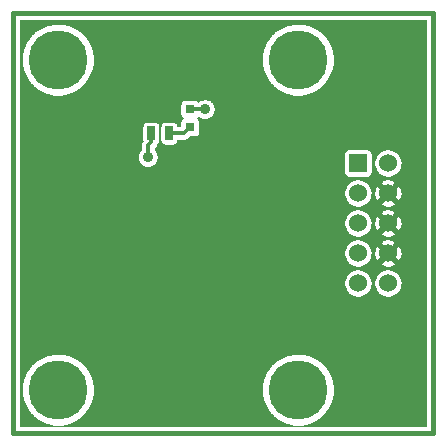
<source format=gtl>
G04 #@! TF.FileFunction,Copper,L1,Top,Signal*
%FSLAX46Y46*%
G04 Gerber Fmt 4.6, Leading zero omitted, Abs format (unit mm)*
G04 Created by KiCad (PCBNEW (2015-11-02 BZR 6290)-product) date Mon 07 Dec 2015 11:59:02 AM CET*
%MOMM*%
G01*
G04 APERTURE LIST*
%ADD10C,0.150000*%
%ADD11C,0.381000*%
%ADD12C,5.001260*%
%ADD13R,0.797560X0.797560*%
%ADD14R,1.524000X1.524000*%
%ADD15C,1.524000*%
%ADD16R,0.635000X1.143000*%
%ADD17C,0.889000*%
%ADD18C,0.373380*%
%ADD19C,0.375920*%
%ADD20C,0.099060*%
G04 APERTURE END LIST*
D10*
D11*
X31750000Y-66548000D02*
X31750000Y-30988000D01*
X67310000Y-30988000D02*
X31750000Y-30988000D01*
X67310000Y-66548000D02*
X67310000Y-30988000D01*
X31750000Y-66548000D02*
X67310000Y-66548000D01*
D12*
X55880000Y-34922460D03*
X35560000Y-34922460D03*
X55880000Y-62865000D03*
X35560000Y-62865000D03*
D13*
X46733460Y-39128700D03*
X46733460Y-40627300D03*
D14*
X60957460Y-43688000D03*
D15*
X63497460Y-43688000D03*
X60957460Y-46228000D03*
X63497460Y-46228000D03*
X60957460Y-48768000D03*
X63497460Y-48768000D03*
X60957460Y-51308000D03*
X63497460Y-51308000D03*
X60957460Y-53848000D03*
X63497460Y-53848000D03*
D16*
X44958000Y-41148000D03*
X43434000Y-41148000D03*
D17*
X48006000Y-39116000D03*
X43180000Y-43180000D03*
D18*
X46736000Y-39128700D02*
X47993300Y-39128700D01*
X47993300Y-39128700D02*
X48006000Y-39116000D01*
D19*
X46212760Y-41148000D02*
X46733460Y-40627300D01*
X45201840Y-41148000D02*
X46212760Y-41148000D01*
X43434000Y-41148000D02*
X43434000Y-41910000D01*
X43180000Y-42164000D02*
X43180000Y-43180000D01*
X43434000Y-41910000D02*
X43180000Y-42164000D01*
D20*
X32338010Y-31576010D02*
X66721990Y-31576010D01*
X32338010Y-31626810D02*
X66721990Y-31626810D01*
X32338010Y-31677610D02*
X66721990Y-31677610D01*
X32338010Y-31728410D02*
X66721990Y-31728410D01*
X32338010Y-31779210D02*
X66721990Y-31779210D01*
X32338010Y-31830010D02*
X66721990Y-31830010D01*
X32338010Y-31880810D02*
X35224342Y-31880810D01*
X35913821Y-31880810D02*
X55544342Y-31880810D01*
X56233821Y-31880810D02*
X66721990Y-31880810D01*
X32338010Y-31931610D02*
X34958039Y-31931610D01*
X36161300Y-31931610D02*
X55278039Y-31931610D01*
X56481300Y-31931610D02*
X66721990Y-31931610D01*
X32338010Y-31982410D02*
X34693215Y-31982410D01*
X36408779Y-31982410D02*
X55013215Y-31982410D01*
X56728779Y-31982410D02*
X66721990Y-31982410D01*
X32338010Y-32033210D02*
X34567481Y-32033210D01*
X36559129Y-32033210D02*
X54887481Y-32033210D01*
X56879129Y-32033210D02*
X66721990Y-32033210D01*
X32338010Y-32084010D02*
X34441746Y-32084010D01*
X36679977Y-32084010D02*
X54761746Y-32084010D01*
X56999977Y-32084010D02*
X66721990Y-32084010D01*
X32338010Y-32134810D02*
X34316012Y-32134810D01*
X36800825Y-32134810D02*
X54636012Y-32134810D01*
X57120825Y-32134810D02*
X66721990Y-32134810D01*
X32338010Y-32185610D02*
X34190277Y-32185610D01*
X36921674Y-32185610D02*
X54510277Y-32185610D01*
X57241674Y-32185610D02*
X66721990Y-32185610D01*
X32338010Y-32236410D02*
X34093357Y-32236410D01*
X37033257Y-32236410D02*
X54413357Y-32236410D01*
X57353257Y-32236410D02*
X66721990Y-32236410D01*
X32338010Y-32287210D02*
X34015727Y-32287210D01*
X37108571Y-32287210D02*
X54335727Y-32287210D01*
X57428571Y-32287210D02*
X66721990Y-32287210D01*
X32338010Y-32338010D02*
X33938096Y-32338010D01*
X37183885Y-32338010D02*
X54258096Y-32338010D01*
X57503885Y-32338010D02*
X66721990Y-32338010D01*
X32338010Y-32388810D02*
X33860465Y-32388810D01*
X37259199Y-32388810D02*
X54180465Y-32388810D01*
X57579199Y-32388810D02*
X66721990Y-32388810D01*
X32338010Y-32439610D02*
X33782835Y-32439610D01*
X37334513Y-32439610D02*
X54102835Y-32439610D01*
X57654513Y-32439610D02*
X66721990Y-32439610D01*
X32338010Y-32490410D02*
X33705204Y-32490410D01*
X37409827Y-32490410D02*
X54025204Y-32490410D01*
X57729827Y-32490410D02*
X66721990Y-32490410D01*
X32338010Y-32541210D02*
X33631454Y-32541210D01*
X37485141Y-32541210D02*
X53951454Y-32541210D01*
X57805141Y-32541210D02*
X66721990Y-32541210D01*
X32338010Y-32592010D02*
X33579579Y-32592010D01*
X37545082Y-32592010D02*
X53899579Y-32592010D01*
X57865082Y-32592010D02*
X66721990Y-32592010D01*
X32338010Y-32642810D02*
X33527704Y-32642810D01*
X37595528Y-32642810D02*
X53847704Y-32642810D01*
X57915528Y-32642810D02*
X66721990Y-32642810D01*
X32338010Y-32693610D02*
X33475829Y-32693610D01*
X37645975Y-32693610D02*
X53795829Y-32693610D01*
X57965975Y-32693610D02*
X66721990Y-32693610D01*
X32338010Y-32744410D02*
X33423954Y-32744410D01*
X37696421Y-32744410D02*
X53743954Y-32744410D01*
X58016421Y-32744410D02*
X66721990Y-32744410D01*
X32338010Y-32795210D02*
X33372079Y-32795210D01*
X37746868Y-32795210D02*
X53692079Y-32795210D01*
X58066868Y-32795210D02*
X66721990Y-32795210D01*
X32338010Y-32846010D02*
X33320203Y-32846010D01*
X37797314Y-32846010D02*
X53640203Y-32846010D01*
X58117314Y-32846010D02*
X66721990Y-32846010D01*
X32338010Y-32896810D02*
X33268328Y-32896810D01*
X37847761Y-32896810D02*
X53588328Y-32896810D01*
X58167761Y-32896810D02*
X66721990Y-32896810D01*
X32338010Y-32947610D02*
X33216453Y-32947610D01*
X37898207Y-32947610D02*
X53536453Y-32947610D01*
X58218207Y-32947610D02*
X66721990Y-32947610D01*
X32338010Y-32998410D02*
X33180151Y-32998410D01*
X37944280Y-32998410D02*
X53500151Y-32998410D01*
X58264280Y-32998410D02*
X66721990Y-32998410D01*
X32338010Y-33049210D02*
X33145368Y-33049210D01*
X37978031Y-33049210D02*
X53465368Y-33049210D01*
X58298031Y-33049210D02*
X66721990Y-33049210D01*
X32338010Y-33100010D02*
X33110584Y-33100010D01*
X38011783Y-33100010D02*
X53430584Y-33100010D01*
X58331783Y-33100010D02*
X66721990Y-33100010D01*
X32338010Y-33150810D02*
X33075801Y-33150810D01*
X38045534Y-33150810D02*
X53395801Y-33150810D01*
X58365534Y-33150810D02*
X66721990Y-33150810D01*
X32338010Y-33201610D02*
X33041017Y-33201610D01*
X38079286Y-33201610D02*
X53361017Y-33201610D01*
X58399286Y-33201610D02*
X66721990Y-33201610D01*
X32338010Y-33252410D02*
X33006233Y-33252410D01*
X38113037Y-33252410D02*
X53326233Y-33252410D01*
X58433037Y-33252410D02*
X66721990Y-33252410D01*
X32338010Y-33303210D02*
X32971450Y-33303210D01*
X38146789Y-33303210D02*
X53291450Y-33303210D01*
X58466789Y-33303210D02*
X66721990Y-33303210D01*
X32338010Y-33354010D02*
X32936666Y-33354010D01*
X38180540Y-33354010D02*
X53256666Y-33354010D01*
X58500540Y-33354010D02*
X66721990Y-33354010D01*
X32338010Y-33404810D02*
X32901883Y-33404810D01*
X38214292Y-33404810D02*
X53221883Y-33404810D01*
X58534292Y-33404810D02*
X66721990Y-33404810D01*
X32338010Y-33455610D02*
X32869627Y-33455610D01*
X38248043Y-33455610D02*
X53189627Y-33455610D01*
X58568043Y-33455610D02*
X66721990Y-33455610D01*
X32338010Y-33506410D02*
X32847854Y-33506410D01*
X38275988Y-33506410D02*
X53167854Y-33506410D01*
X58595988Y-33506410D02*
X66721990Y-33506410D01*
X32338010Y-33557210D02*
X32826082Y-33557210D01*
X38296926Y-33557210D02*
X53146082Y-33557210D01*
X58616926Y-33557210D02*
X66721990Y-33557210D01*
X32338010Y-33608010D02*
X32804309Y-33608010D01*
X38317865Y-33608010D02*
X53124309Y-33608010D01*
X58637865Y-33608010D02*
X66721990Y-33608010D01*
X32338010Y-33658810D02*
X32782536Y-33658810D01*
X38338803Y-33658810D02*
X53102536Y-33658810D01*
X58658803Y-33658810D02*
X66721990Y-33658810D01*
X32338010Y-33709610D02*
X32760763Y-33709610D01*
X38359741Y-33709610D02*
X53080763Y-33709610D01*
X58679741Y-33709610D02*
X66721990Y-33709610D01*
X32338010Y-33760410D02*
X32738990Y-33760410D01*
X38380679Y-33760410D02*
X53058990Y-33760410D01*
X58700679Y-33760410D02*
X66721990Y-33760410D01*
X32338010Y-33811210D02*
X32717217Y-33811210D01*
X38401617Y-33811210D02*
X53037217Y-33811210D01*
X58721617Y-33811210D02*
X66721990Y-33811210D01*
X32338010Y-33862010D02*
X32695445Y-33862010D01*
X38422556Y-33862010D02*
X53015445Y-33862010D01*
X58742556Y-33862010D02*
X66721990Y-33862010D01*
X32338010Y-33912810D02*
X32673672Y-33912810D01*
X38443494Y-33912810D02*
X52993672Y-33912810D01*
X58763494Y-33912810D02*
X66721990Y-33912810D01*
X32338010Y-33963610D02*
X32651899Y-33963610D01*
X38464432Y-33963610D02*
X52971899Y-33963610D01*
X58784432Y-33963610D02*
X66721990Y-33963610D01*
X32338010Y-34014410D02*
X32634189Y-34014410D01*
X38485370Y-34014410D02*
X52954189Y-34014410D01*
X58805370Y-34014410D02*
X66721990Y-34014410D01*
X32338010Y-34065210D02*
X32623391Y-34065210D01*
X38500158Y-34065210D02*
X52943391Y-34065210D01*
X58820158Y-34065210D02*
X66721990Y-34065210D01*
X32338010Y-34116010D02*
X32612593Y-34116010D01*
X38510217Y-34116010D02*
X52932593Y-34116010D01*
X58830217Y-34116010D02*
X66721990Y-34116010D01*
X32338010Y-34166810D02*
X32601795Y-34166810D01*
X38520276Y-34166810D02*
X52921795Y-34166810D01*
X58840276Y-34166810D02*
X66721990Y-34166810D01*
X32338010Y-34217610D02*
X32590997Y-34217610D01*
X38530334Y-34217610D02*
X52910997Y-34217610D01*
X58850334Y-34217610D02*
X66721990Y-34217610D01*
X32338010Y-34268410D02*
X32580199Y-34268410D01*
X38540393Y-34268410D02*
X52900199Y-34268410D01*
X58860393Y-34268410D02*
X66721990Y-34268410D01*
X32338010Y-34319210D02*
X32569401Y-34319210D01*
X38550452Y-34319210D02*
X52889401Y-34319210D01*
X58870452Y-34319210D02*
X66721990Y-34319210D01*
X32338010Y-34370010D02*
X32558603Y-34370010D01*
X38560511Y-34370010D02*
X52878603Y-34370010D01*
X58880511Y-34370010D02*
X66721990Y-34370010D01*
X32338010Y-34420810D02*
X32547805Y-34420810D01*
X38570569Y-34420810D02*
X52867805Y-34420810D01*
X58890569Y-34420810D02*
X66721990Y-34420810D01*
X32338010Y-34471610D02*
X32537007Y-34471610D01*
X38580628Y-34471610D02*
X52857007Y-34471610D01*
X58900628Y-34471610D02*
X66721990Y-34471610D01*
X32338010Y-34522410D02*
X32526209Y-34522410D01*
X38590687Y-34522410D02*
X52846209Y-34522410D01*
X58910687Y-34522410D02*
X66721990Y-34522410D01*
X32338010Y-34573210D02*
X32515411Y-34573210D01*
X38600746Y-34573210D02*
X52835411Y-34573210D01*
X58920746Y-34573210D02*
X66721990Y-34573210D01*
X32338010Y-34624010D02*
X32513200Y-34624010D01*
X38610661Y-34624010D02*
X52833200Y-34624010D01*
X58930661Y-34624010D02*
X66721990Y-34624010D01*
X32338010Y-34674810D02*
X32512490Y-34674810D01*
X38609952Y-34674810D02*
X52832490Y-34674810D01*
X58929952Y-34674810D02*
X66721990Y-34674810D01*
X32338010Y-34725610D02*
X32511781Y-34725610D01*
X38609242Y-34725610D02*
X52831781Y-34725610D01*
X58929242Y-34725610D02*
X66721990Y-34725610D01*
X32338010Y-34776410D02*
X32511072Y-34776410D01*
X38608533Y-34776410D02*
X52831072Y-34776410D01*
X58928533Y-34776410D02*
X66721990Y-34776410D01*
X32338010Y-34827210D02*
X32510362Y-34827210D01*
X38607824Y-34827210D02*
X52830362Y-34827210D01*
X58927824Y-34827210D02*
X66721990Y-34827210D01*
X32338010Y-34878010D02*
X32509653Y-34878010D01*
X38607114Y-34878010D02*
X52829653Y-34878010D01*
X58927114Y-34878010D02*
X66721990Y-34878010D01*
X32338010Y-34928810D02*
X32508944Y-34928810D01*
X38606405Y-34928810D02*
X52828944Y-34928810D01*
X58926405Y-34928810D02*
X66721990Y-34928810D01*
X32338010Y-34979610D02*
X32508234Y-34979610D01*
X38605695Y-34979610D02*
X52828234Y-34979610D01*
X58925695Y-34979610D02*
X66721990Y-34979610D01*
X32338010Y-35030410D02*
X32507525Y-35030410D01*
X38604986Y-35030410D02*
X52827525Y-35030410D01*
X58924986Y-35030410D02*
X66721990Y-35030410D01*
X32338010Y-35081210D02*
X32506815Y-35081210D01*
X38604277Y-35081210D02*
X52826815Y-35081210D01*
X58924277Y-35081210D02*
X66721990Y-35081210D01*
X32338010Y-35132010D02*
X32506106Y-35132010D01*
X38603567Y-35132010D02*
X52826106Y-35132010D01*
X58923567Y-35132010D02*
X66721990Y-35132010D01*
X32338010Y-35182810D02*
X32506156Y-35182810D01*
X38602858Y-35182810D02*
X52826156Y-35182810D01*
X58922858Y-35182810D02*
X66721990Y-35182810D01*
X32338010Y-35233610D02*
X32515480Y-35233610D01*
X38602148Y-35233610D02*
X52835480Y-35233610D01*
X58922148Y-35233610D02*
X66721990Y-35233610D01*
X32338010Y-35284410D02*
X32524804Y-35284410D01*
X38601439Y-35284410D02*
X52844804Y-35284410D01*
X58921439Y-35284410D02*
X66721990Y-35284410D01*
X32338010Y-35335210D02*
X32534127Y-35335210D01*
X38594638Y-35335210D02*
X52854127Y-35335210D01*
X58914638Y-35335210D02*
X66721990Y-35335210D01*
X32338010Y-35386010D02*
X32543451Y-35386010D01*
X38583097Y-35386010D02*
X52863451Y-35386010D01*
X58903097Y-35386010D02*
X66721990Y-35386010D01*
X32338010Y-35436810D02*
X32552775Y-35436810D01*
X38571556Y-35436810D02*
X52872775Y-35436810D01*
X58891556Y-35436810D02*
X66721990Y-35436810D01*
X32338010Y-35487610D02*
X32562098Y-35487610D01*
X38560014Y-35487610D02*
X52882098Y-35487610D01*
X58880014Y-35487610D02*
X66721990Y-35487610D01*
X32338010Y-35538410D02*
X32571422Y-35538410D01*
X38548473Y-35538410D02*
X52891422Y-35538410D01*
X58868473Y-35538410D02*
X66721990Y-35538410D01*
X32338010Y-35589210D02*
X32580746Y-35589210D01*
X38536931Y-35589210D02*
X52900746Y-35589210D01*
X58856931Y-35589210D02*
X66721990Y-35589210D01*
X32338010Y-35640010D02*
X32590069Y-35640010D01*
X38525390Y-35640010D02*
X52910069Y-35640010D01*
X58845390Y-35640010D02*
X66721990Y-35640010D01*
X32338010Y-35690810D02*
X32599393Y-35690810D01*
X38513848Y-35690810D02*
X52919393Y-35690810D01*
X58833848Y-35690810D02*
X66721990Y-35690810D01*
X32338010Y-35741610D02*
X32608716Y-35741610D01*
X38502307Y-35741610D02*
X52928716Y-35741610D01*
X58822307Y-35741610D02*
X66721990Y-35741610D01*
X32338010Y-35792410D02*
X32623358Y-35792410D01*
X38490766Y-35792410D02*
X52943358Y-35792410D01*
X58810766Y-35792410D02*
X66721990Y-35792410D01*
X32338010Y-35843210D02*
X32643471Y-35843210D01*
X38479224Y-35843210D02*
X52963471Y-35843210D01*
X58799224Y-35843210D02*
X66721990Y-35843210D01*
X32338010Y-35894010D02*
X32663584Y-35894010D01*
X38466813Y-35894010D02*
X52983584Y-35894010D01*
X58786813Y-35894010D02*
X66721990Y-35894010D01*
X32338010Y-35944810D02*
X32683697Y-35944810D01*
X38444195Y-35944810D02*
X53003697Y-35944810D01*
X58764195Y-35944810D02*
X66721990Y-35944810D01*
X32338010Y-35995610D02*
X32703811Y-35995610D01*
X38421577Y-35995610D02*
X53023811Y-35995610D01*
X58741577Y-35995610D02*
X66721990Y-35995610D01*
X32338010Y-36046410D02*
X32723924Y-36046410D01*
X38398960Y-36046410D02*
X53043924Y-36046410D01*
X58718960Y-36046410D02*
X66721990Y-36046410D01*
X32338010Y-36097210D02*
X32744037Y-36097210D01*
X38376342Y-36097210D02*
X53064037Y-36097210D01*
X58696342Y-36097210D02*
X66721990Y-36097210D01*
X32338010Y-36148010D02*
X32764150Y-36148010D01*
X38353724Y-36148010D02*
X53084150Y-36148010D01*
X58673724Y-36148010D02*
X66721990Y-36148010D01*
X32338010Y-36198810D02*
X32784263Y-36198810D01*
X38331107Y-36198810D02*
X53104263Y-36198810D01*
X58651107Y-36198810D02*
X66721990Y-36198810D01*
X32338010Y-36249610D02*
X32804376Y-36249610D01*
X38308489Y-36249610D02*
X53124376Y-36249610D01*
X58628489Y-36249610D02*
X66721990Y-36249610D01*
X32338010Y-36300410D02*
X32824489Y-36300410D01*
X38285872Y-36300410D02*
X53144489Y-36300410D01*
X58605872Y-36300410D02*
X66721990Y-36300410D01*
X32338010Y-36351210D02*
X32851464Y-36351210D01*
X38263254Y-36351210D02*
X53171464Y-36351210D01*
X58583254Y-36351210D02*
X66721990Y-36351210D01*
X32338010Y-36402010D02*
X32884202Y-36402010D01*
X38240636Y-36402010D02*
X53204202Y-36402010D01*
X58560636Y-36402010D02*
X66721990Y-36402010D01*
X32338010Y-36452810D02*
X32916940Y-36452810D01*
X38213785Y-36452810D02*
X53236940Y-36452810D01*
X58533785Y-36452810D02*
X66721990Y-36452810D01*
X32338010Y-36503610D02*
X32949679Y-36503610D01*
X38177950Y-36503610D02*
X53269679Y-36503610D01*
X58497950Y-36503610D02*
X66721990Y-36503610D01*
X32338010Y-36554410D02*
X32982417Y-36554410D01*
X38142114Y-36554410D02*
X53302417Y-36554410D01*
X58462114Y-36554410D02*
X66721990Y-36554410D01*
X32338010Y-36605210D02*
X33015155Y-36605210D01*
X38106279Y-36605210D02*
X53335155Y-36605210D01*
X58426279Y-36605210D02*
X66721990Y-36605210D01*
X32338010Y-36656010D02*
X33047894Y-36656010D01*
X38070443Y-36656010D02*
X53367894Y-36656010D01*
X58390443Y-36656010D02*
X66721990Y-36656010D01*
X32338010Y-36706810D02*
X33080632Y-36706810D01*
X38034608Y-36706810D02*
X53400632Y-36706810D01*
X58354608Y-36706810D02*
X66721990Y-36706810D01*
X32338010Y-36757610D02*
X33113370Y-36757610D01*
X37998772Y-36757610D02*
X53433370Y-36757610D01*
X58318772Y-36757610D02*
X66721990Y-36757610D01*
X32338010Y-36808410D02*
X33146109Y-36808410D01*
X37962937Y-36808410D02*
X53466109Y-36808410D01*
X58282937Y-36808410D02*
X66721990Y-36808410D01*
X32338010Y-36859210D02*
X33189366Y-36859210D01*
X37927101Y-36859210D02*
X53509366Y-36859210D01*
X58247101Y-36859210D02*
X66721990Y-36859210D01*
X32338010Y-36910010D02*
X33238423Y-36910010D01*
X37891266Y-36910010D02*
X53558423Y-36910010D01*
X58211266Y-36910010D02*
X66721990Y-36910010D01*
X32338010Y-36960810D02*
X33287480Y-36960810D01*
X37843222Y-36960810D02*
X53607480Y-36960810D01*
X58163222Y-36960810D02*
X66721990Y-36960810D01*
X32338010Y-37011610D02*
X33336537Y-37011610D01*
X37789877Y-37011610D02*
X53656537Y-37011610D01*
X58109877Y-37011610D02*
X66721990Y-37011610D01*
X32338010Y-37062410D02*
X33385594Y-37062410D01*
X37736531Y-37062410D02*
X53705594Y-37062410D01*
X58056531Y-37062410D02*
X66721990Y-37062410D01*
X32338010Y-37113210D02*
X33434651Y-37113210D01*
X37683186Y-37113210D02*
X53754651Y-37113210D01*
X58003186Y-37113210D02*
X66721990Y-37113210D01*
X32338010Y-37164010D02*
X33483708Y-37164010D01*
X37629841Y-37164010D02*
X53803708Y-37164010D01*
X57949841Y-37164010D02*
X66721990Y-37164010D01*
X32338010Y-37214810D02*
X33532765Y-37214810D01*
X37576495Y-37214810D02*
X53852765Y-37214810D01*
X57896495Y-37214810D02*
X66721990Y-37214810D01*
X32338010Y-37265610D02*
X33585989Y-37265610D01*
X37523150Y-37265610D02*
X53905989Y-37265610D01*
X57843150Y-37265610D02*
X66721990Y-37265610D01*
X32338010Y-37316410D02*
X33659081Y-37316410D01*
X37469805Y-37316410D02*
X53979081Y-37316410D01*
X57789805Y-37316410D02*
X66721990Y-37316410D01*
X32338010Y-37367210D02*
X33732172Y-37367210D01*
X37401079Y-37367210D02*
X54052172Y-37367210D01*
X57721079Y-37367210D02*
X66721990Y-37367210D01*
X32338010Y-37418010D02*
X33805264Y-37418010D01*
X37321031Y-37418010D02*
X54125264Y-37418010D01*
X57641031Y-37418010D02*
X66721990Y-37418010D01*
X32338010Y-37468810D02*
X33878355Y-37468810D01*
X37240983Y-37468810D02*
X54198355Y-37468810D01*
X57560983Y-37468810D02*
X66721990Y-37468810D01*
X32338010Y-37519610D02*
X33951447Y-37519610D01*
X37160935Y-37519610D02*
X54271447Y-37519610D01*
X57480935Y-37519610D02*
X66721990Y-37519610D01*
X32338010Y-37570410D02*
X34024539Y-37570410D01*
X37080887Y-37570410D02*
X54344539Y-37570410D01*
X57400887Y-37570410D02*
X66721990Y-37570410D01*
X32338010Y-37621210D02*
X34117167Y-37621210D01*
X37000839Y-37621210D02*
X54437167Y-37621210D01*
X57320839Y-37621210D02*
X66721990Y-37621210D01*
X32338010Y-37672010D02*
X34233443Y-37672010D01*
X36907251Y-37672010D02*
X54553443Y-37672010D01*
X57227251Y-37672010D02*
X66721990Y-37672010D01*
X32338010Y-37722810D02*
X34349720Y-37722810D01*
X36776281Y-37722810D02*
X54669720Y-37722810D01*
X57096281Y-37722810D02*
X66721990Y-37722810D01*
X32338010Y-37773610D02*
X34465996Y-37773610D01*
X36645311Y-37773610D02*
X54785996Y-37773610D01*
X56965311Y-37773610D02*
X66721990Y-37773610D01*
X32338010Y-37824410D02*
X34582272Y-37824410D01*
X36514341Y-37824410D02*
X54902272Y-37824410D01*
X56834341Y-37824410D02*
X66721990Y-37824410D01*
X32338010Y-37875210D02*
X34783221Y-37875210D01*
X36382232Y-37875210D02*
X55103221Y-37875210D01*
X56702232Y-37875210D02*
X66721990Y-37875210D01*
X32338010Y-37926010D02*
X35014274Y-37926010D01*
X36094133Y-37926010D02*
X55334274Y-37926010D01*
X56414133Y-37926010D02*
X66721990Y-37926010D01*
X32338010Y-37976810D02*
X35703700Y-37976810D01*
X35806033Y-37976810D02*
X56023700Y-37976810D01*
X56126033Y-37976810D02*
X66721990Y-37976810D01*
X32338010Y-38027610D02*
X66721990Y-38027610D01*
X32338010Y-38078410D02*
X66721990Y-38078410D01*
X32338010Y-38129210D02*
X66721990Y-38129210D01*
X32338010Y-38180010D02*
X66721990Y-38180010D01*
X32338010Y-38230810D02*
X66721990Y-38230810D01*
X32338010Y-38281610D02*
X47886269Y-38281610D01*
X48128830Y-38281610D02*
X66721990Y-38281610D01*
X32338010Y-38332410D02*
X46310566Y-38332410D01*
X47145772Y-38332410D02*
X47697640Y-38332410D01*
X48314849Y-38332410D02*
X66721990Y-38332410D01*
X32338010Y-38383210D02*
X46142119Y-38383210D01*
X47325400Y-38383210D02*
X47588015Y-38383210D01*
X48425419Y-38383210D02*
X66721990Y-38383210D01*
X32338010Y-38434010D02*
X46067277Y-38434010D01*
X47394704Y-38434010D02*
X47510385Y-38434010D01*
X48500733Y-38434010D02*
X66721990Y-38434010D01*
X32338010Y-38484810D02*
X46023981Y-38484810D01*
X47444323Y-38484810D02*
X47447050Y-38484810D01*
X48565899Y-38484810D02*
X66721990Y-38484810D01*
X32338010Y-38535610D02*
X45988489Y-38535610D01*
X48616346Y-38535610D02*
X66721990Y-38535610D01*
X32338010Y-38586410D02*
X45965590Y-38586410D01*
X48665097Y-38586410D02*
X66721990Y-38586410D01*
X32338010Y-38637210D02*
X45948423Y-38637210D01*
X48698848Y-38637210D02*
X66721990Y-38637210D01*
X32338010Y-38688010D02*
X45941203Y-38688010D01*
X48732600Y-38688010D02*
X66721990Y-38688010D01*
X32338010Y-38738810D02*
X45935247Y-38738810D01*
X48761301Y-38738810D02*
X66721990Y-38738810D01*
X32338010Y-38789610D02*
X45935247Y-38789610D01*
X48782239Y-38789610D02*
X66721990Y-38789610D01*
X32338010Y-38840410D02*
X45935247Y-38840410D01*
X48803178Y-38840410D02*
X66721990Y-38840410D01*
X32338010Y-38891210D02*
X45935247Y-38891210D01*
X48819885Y-38891210D02*
X66721990Y-38891210D01*
X32338010Y-38942010D02*
X45935247Y-38942010D01*
X48829944Y-38942010D02*
X66721990Y-38942010D01*
X32338010Y-38992810D02*
X45935247Y-38992810D01*
X48840002Y-38992810D02*
X66721990Y-38992810D01*
X32338010Y-39043610D02*
X45935247Y-39043610D01*
X48847903Y-39043610D02*
X66721990Y-39043610D01*
X32338010Y-39094410D02*
X45935247Y-39094410D01*
X48847194Y-39094410D02*
X66721990Y-39094410D01*
X32338010Y-39145210D02*
X45935247Y-39145210D01*
X48846485Y-39145210D02*
X66721990Y-39145210D01*
X32338010Y-39196010D02*
X45935247Y-39196010D01*
X48845775Y-39196010D02*
X66721990Y-39196010D01*
X32338010Y-39246810D02*
X45935247Y-39246810D01*
X48839784Y-39246810D02*
X66721990Y-39246810D01*
X32338010Y-39297610D02*
X45935247Y-39297610D01*
X48828243Y-39297610D02*
X66721990Y-39297610D01*
X32338010Y-39348410D02*
X45935247Y-39348410D01*
X48816702Y-39348410D02*
X66721990Y-39348410D01*
X32338010Y-39399210D02*
X45935247Y-39399210D01*
X48801641Y-39399210D02*
X66721990Y-39399210D01*
X32338010Y-39450010D02*
X45935247Y-39450010D01*
X48779023Y-39450010D02*
X66721990Y-39450010D01*
X32338010Y-39500810D02*
X45935247Y-39500810D01*
X48756405Y-39500810D02*
X66721990Y-39500810D01*
X32338010Y-39551610D02*
X45937171Y-39551610D01*
X48729184Y-39551610D02*
X66721990Y-39551610D01*
X32338010Y-39602410D02*
X45943895Y-39602410D01*
X48693348Y-39602410D02*
X66721990Y-39602410D01*
X32338010Y-39653210D02*
X45959627Y-39653210D01*
X48657513Y-39653210D02*
X66721990Y-39653210D01*
X32338010Y-39704010D02*
X45977406Y-39704010D01*
X48609558Y-39704010D02*
X66721990Y-39704010D01*
X32338010Y-39754810D02*
X46010881Y-39754810D01*
X48556212Y-39754810D02*
X66721990Y-39754810D01*
X32338010Y-39805610D02*
X46051355Y-39805610D01*
X47414797Y-39805610D02*
X47522792Y-39805610D01*
X48490837Y-39805610D02*
X66721990Y-39805610D01*
X32338010Y-39856410D02*
X46110959Y-39856410D01*
X47351783Y-39856410D02*
X47597452Y-39856410D01*
X48410789Y-39856410D02*
X66721990Y-39856410D01*
X32338010Y-39907210D02*
X46103573Y-39907210D01*
X47364901Y-39907210D02*
X47713728Y-39907210D01*
X48294647Y-39907210D02*
X66721990Y-39907210D01*
X32338010Y-39958010D02*
X46045629Y-39958010D01*
X47424506Y-39958010D02*
X47995479Y-39958010D01*
X48079871Y-39958010D02*
X66721990Y-39958010D01*
X32338010Y-40008810D02*
X46002333Y-40008810D01*
X47461061Y-40008810D02*
X66721990Y-40008810D01*
X32338010Y-40059610D02*
X45977040Y-40059610D01*
X47493921Y-40059610D02*
X66721990Y-40059610D01*
X32338010Y-40110410D02*
X45954141Y-40110410D01*
X47509653Y-40110410D02*
X66721990Y-40110410D01*
X32338010Y-40161210D02*
X45944813Y-40161210D01*
X47525384Y-40161210D02*
X66721990Y-40161210D01*
X32338010Y-40212010D02*
X42956662Y-40212010D01*
X43905216Y-40212010D02*
X44480662Y-40212010D01*
X45429216Y-40212010D02*
X45937594Y-40212010D01*
X47530357Y-40212010D02*
X66721990Y-40212010D01*
X32338010Y-40262810D02*
X42873830Y-40262810D01*
X43993102Y-40262810D02*
X44397830Y-40262810D01*
X45517102Y-40262810D02*
X45935247Y-40262810D01*
X47531673Y-40262810D02*
X66721990Y-40262810D01*
X32338010Y-40313610D02*
X42820954Y-40313610D01*
X44051867Y-40313610D02*
X44344954Y-40313610D01*
X45575867Y-40313610D02*
X45935247Y-40313610D01*
X47531673Y-40313610D02*
X66721990Y-40313610D01*
X32338010Y-40364410D02*
X42778324Y-40364410D01*
X44085342Y-40364410D02*
X44302324Y-40364410D01*
X45609342Y-40364410D02*
X45935247Y-40364410D01*
X47531673Y-40364410D02*
X66721990Y-40364410D01*
X32338010Y-40415210D02*
X42755425Y-40415210D01*
X44115541Y-40415210D02*
X44279425Y-40415210D01*
X45639541Y-40415210D02*
X45935247Y-40415210D01*
X47531673Y-40415210D02*
X66721990Y-40415210D01*
X32338010Y-40466010D02*
X42732769Y-40466010D01*
X44131273Y-40466010D02*
X44256769Y-40466010D01*
X45655273Y-40466010D02*
X45935247Y-40466010D01*
X47531673Y-40466010D02*
X66721990Y-40466010D01*
X32338010Y-40516810D02*
X42725550Y-40516810D01*
X44146174Y-40516810D02*
X44249550Y-40516810D01*
X45670174Y-40516810D02*
X45935247Y-40516810D01*
X47531673Y-40516810D02*
X66721990Y-40516810D01*
X32338010Y-40567610D02*
X42718331Y-40567610D01*
X44150225Y-40567610D02*
X44242331Y-40567610D01*
X47531673Y-40567610D02*
X66721990Y-40567610D01*
X32338010Y-40618410D02*
X42717067Y-40618410D01*
X44150933Y-40618410D02*
X44241067Y-40618410D01*
X47531673Y-40618410D02*
X66721990Y-40618410D01*
X32338010Y-40669210D02*
X42717067Y-40669210D01*
X44150933Y-40669210D02*
X44241067Y-40669210D01*
X47531673Y-40669210D02*
X66721990Y-40669210D01*
X32338010Y-40720010D02*
X42717067Y-40720010D01*
X44150933Y-40720010D02*
X44241067Y-40720010D01*
X47531673Y-40720010D02*
X66721990Y-40720010D01*
X32338010Y-40770810D02*
X42717067Y-40770810D01*
X44150933Y-40770810D02*
X44241067Y-40770810D01*
X47531673Y-40770810D02*
X66721990Y-40770810D01*
X32338010Y-40821610D02*
X42717067Y-40821610D01*
X44150933Y-40821610D02*
X44241067Y-40821610D01*
X47531673Y-40821610D02*
X66721990Y-40821610D01*
X32338010Y-40872410D02*
X42717067Y-40872410D01*
X44150933Y-40872410D02*
X44241067Y-40872410D01*
X47531673Y-40872410D02*
X66721990Y-40872410D01*
X32338010Y-40923210D02*
X42717067Y-40923210D01*
X44150933Y-40923210D02*
X44241067Y-40923210D01*
X47531673Y-40923210D02*
X66721990Y-40923210D01*
X32338010Y-40974010D02*
X42717067Y-40974010D01*
X44150933Y-40974010D02*
X44241067Y-40974010D01*
X47531673Y-40974010D02*
X66721990Y-40974010D01*
X32338010Y-41024810D02*
X42717067Y-41024810D01*
X44150933Y-41024810D02*
X44241067Y-41024810D01*
X47531673Y-41024810D02*
X66721990Y-41024810D01*
X32338010Y-41075610D02*
X42717067Y-41075610D01*
X44150933Y-41075610D02*
X44241067Y-41075610D01*
X47524634Y-41075610D02*
X66721990Y-41075610D01*
X32338010Y-41126410D02*
X42717067Y-41126410D01*
X44150933Y-41126410D02*
X44241067Y-41126410D01*
X47517414Y-41126410D02*
X66721990Y-41126410D01*
X32338010Y-41177210D02*
X42717067Y-41177210D01*
X44150933Y-41177210D02*
X44241067Y-41177210D01*
X47497895Y-41177210D02*
X66721990Y-41177210D01*
X32338010Y-41228010D02*
X42717067Y-41228010D01*
X44150933Y-41228010D02*
X44241067Y-41228010D01*
X47474996Y-41228010D02*
X66721990Y-41228010D01*
X32338010Y-41278810D02*
X42717067Y-41278810D01*
X44150933Y-41278810D02*
X44241067Y-41278810D01*
X47436445Y-41278810D02*
X66721990Y-41278810D01*
X32338010Y-41329610D02*
X42717067Y-41329610D01*
X44150933Y-41329610D02*
X44241067Y-41329610D01*
X47390329Y-41329610D02*
X66721990Y-41329610D01*
X32338010Y-41380410D02*
X42717067Y-41380410D01*
X44150933Y-41380410D02*
X44241067Y-41380410D01*
X47313237Y-41380410D02*
X66721990Y-41380410D01*
X32338010Y-41431210D02*
X42717067Y-41431210D01*
X44150933Y-41431210D02*
X44241067Y-41431210D01*
X46757530Y-41431210D02*
X66721990Y-41431210D01*
X32338010Y-41482010D02*
X42717067Y-41482010D01*
X44150933Y-41482010D02*
X44241067Y-41482010D01*
X46706730Y-41482010D02*
X66721990Y-41482010D01*
X32338010Y-41532810D02*
X42717067Y-41532810D01*
X44150933Y-41532810D02*
X44241067Y-41532810D01*
X46655930Y-41532810D02*
X66721990Y-41532810D01*
X32338010Y-41583610D02*
X42717067Y-41583610D01*
X44150933Y-41583610D02*
X44241067Y-41583610D01*
X46601036Y-41583610D02*
X66721990Y-41583610D01*
X32338010Y-41634410D02*
X42717067Y-41634410D01*
X44150933Y-41634410D02*
X44241067Y-41634410D01*
X46538274Y-41634410D02*
X66721990Y-41634410D01*
X32338010Y-41685210D02*
X42717067Y-41685210D01*
X44150933Y-41685210D02*
X44241067Y-41685210D01*
X46443545Y-41685210D02*
X66721990Y-41685210D01*
X32338010Y-41736010D02*
X42718383Y-41736010D01*
X44148586Y-41736010D02*
X44242383Y-41736010D01*
X45672587Y-41736010D02*
X66721990Y-41736010D01*
X32338010Y-41786810D02*
X42723356Y-41786810D01*
X44141367Y-41786810D02*
X44247356Y-41786810D01*
X45665367Y-41786810D02*
X66721990Y-41786810D01*
X32338010Y-41837610D02*
X42694055Y-41837610D01*
X44132039Y-41837610D02*
X44263087Y-41837610D01*
X45656039Y-41837610D02*
X66721990Y-41837610D01*
X32338010Y-41888410D02*
X42666586Y-41888410D01*
X44109140Y-41888410D02*
X44278819Y-41888410D01*
X45633140Y-41888410D02*
X66721990Y-41888410D01*
X32338010Y-41939210D02*
X42639426Y-41939210D01*
X44083847Y-41939210D02*
X44311679Y-41939210D01*
X45607847Y-41939210D02*
X66721990Y-41939210D01*
X32338010Y-41990010D02*
X42623895Y-41990010D01*
X44040551Y-41990010D02*
X44348234Y-41990010D01*
X45564551Y-41990010D02*
X66721990Y-41990010D01*
X32338010Y-42040810D02*
X42607789Y-42040810D01*
X44003794Y-42040810D02*
X44407839Y-42040810D01*
X45506607Y-42040810D02*
X66721990Y-42040810D01*
X32338010Y-42091610D02*
X42601680Y-42091610D01*
X43987775Y-42091610D02*
X44503688Y-42091610D01*
X45410731Y-42091610D02*
X66721990Y-42091610D01*
X32338010Y-42142410D02*
X42596092Y-42142410D01*
X43971153Y-42142410D02*
X66721990Y-42142410D01*
X32338010Y-42193210D02*
X42594530Y-42193210D01*
X43943295Y-42193210D02*
X66721990Y-42193210D01*
X32338010Y-42244010D02*
X42594530Y-42244010D01*
X43914361Y-42244010D02*
X66721990Y-42244010D01*
X32338010Y-42294810D02*
X42594530Y-42294810D01*
X43871958Y-42294810D02*
X66721990Y-42294810D01*
X32338010Y-42345610D02*
X42594530Y-42345610D01*
X43826370Y-42345610D02*
X66721990Y-42345610D01*
X32338010Y-42396410D02*
X42594530Y-42396410D01*
X43775570Y-42396410D02*
X66721990Y-42396410D01*
X32338010Y-42447210D02*
X42594530Y-42447210D01*
X43765470Y-42447210D02*
X66721990Y-42447210D01*
X32338010Y-42498010D02*
X42594530Y-42498010D01*
X43765470Y-42498010D02*
X66721990Y-42498010D01*
X32338010Y-42548810D02*
X42594530Y-42548810D01*
X43765470Y-42548810D02*
X60076633Y-42548810D01*
X61845002Y-42548810D02*
X63281069Y-42548810D01*
X63714475Y-42548810D02*
X66721990Y-42548810D01*
X32338010Y-42599610D02*
X42569174Y-42599610D01*
X43790346Y-42599610D02*
X59972063Y-42599610D01*
X61946161Y-42599610D02*
X63095914Y-42599610D01*
X63900574Y-42599610D02*
X66721990Y-42599610D01*
X32338010Y-42650410D02*
X42522097Y-42650410D01*
X43839097Y-42650410D02*
X59910738Y-42650410D01*
X62005765Y-42650410D02*
X62970180Y-42650410D01*
X64021422Y-42650410D02*
X66721990Y-42650410D01*
X32338010Y-42701210D02*
X42487314Y-42701210D01*
X43872848Y-42701210D02*
X59867442Y-42701210D01*
X62044933Y-42701210D02*
X62887761Y-42701210D01*
X64108114Y-42701210D02*
X66721990Y-42701210D01*
X32338010Y-42752010D02*
X42452530Y-42752010D01*
X43906600Y-42752010D02*
X59840109Y-42752010D01*
X62078408Y-42752010D02*
X62810131Y-42752010D01*
X64183428Y-42752010D02*
X66721990Y-42752010D01*
X32338010Y-42802810D02*
X42425536Y-42802810D01*
X43935301Y-42802810D02*
X59817211Y-42802810D01*
X62095300Y-42802810D02*
X62744076Y-42802810D01*
X64252598Y-42802810D02*
X66721990Y-42802810D01*
X32338010Y-42853610D02*
X42403763Y-42853610D01*
X43956239Y-42853610D02*
X59806315Y-42853610D01*
X62111031Y-42853610D02*
X62692201Y-42853610D01*
X64303045Y-42853610D02*
X66721990Y-42853610D01*
X32338010Y-42904410D02*
X42381991Y-42904410D01*
X43977178Y-42904410D02*
X59799096Y-42904410D01*
X62117172Y-42904410D02*
X62640325Y-42904410D01*
X64353492Y-42904410D02*
X66721990Y-42904410D01*
X32338010Y-42955210D02*
X42366924Y-42955210D01*
X43993885Y-42955210D02*
X59796027Y-42955210D01*
X62118893Y-42955210D02*
X62593879Y-42955210D01*
X64402755Y-42955210D02*
X66721990Y-42955210D01*
X32338010Y-43006010D02*
X42356126Y-43006010D01*
X44003944Y-43006010D02*
X59796027Y-43006010D01*
X62118893Y-43006010D02*
X62559095Y-43006010D01*
X64436507Y-43006010D02*
X66721990Y-43006010D01*
X32338010Y-43056810D02*
X42345328Y-43056810D01*
X44014002Y-43056810D02*
X59796027Y-43056810D01*
X62118893Y-43056810D02*
X62524312Y-43056810D01*
X64470259Y-43056810D02*
X66721990Y-43056810D01*
X32338010Y-43107610D02*
X42338883Y-43107610D01*
X44021903Y-43107610D02*
X59796027Y-43107610D01*
X62118893Y-43107610D02*
X62489529Y-43107610D01*
X64504010Y-43107610D02*
X66721990Y-43107610D01*
X32338010Y-43158410D02*
X42338174Y-43158410D01*
X44021194Y-43158410D02*
X59796027Y-43158410D01*
X62118893Y-43158410D02*
X62462867Y-43158410D01*
X64533373Y-43158410D02*
X66721990Y-43158410D01*
X32338010Y-43209210D02*
X42337464Y-43209210D01*
X44020485Y-43209210D02*
X59796027Y-43209210D01*
X62118893Y-43209210D02*
X62441094Y-43209210D01*
X64554311Y-43209210D02*
X66721990Y-43209210D01*
X32338010Y-43260010D02*
X42338573Y-43260010D01*
X44019775Y-43260010D02*
X59796027Y-43260010D01*
X62118893Y-43260010D02*
X62419321Y-43260010D01*
X64575249Y-43260010D02*
X66721990Y-43260010D01*
X32338010Y-43310810D02*
X42347897Y-43310810D01*
X44013784Y-43310810D02*
X59796027Y-43310810D01*
X62118893Y-43310810D02*
X62397548Y-43310810D01*
X64596187Y-43310810D02*
X66721990Y-43310810D01*
X32338010Y-43361610D02*
X42357221Y-43361610D01*
X44002243Y-43361610D02*
X59796027Y-43361610D01*
X62118893Y-43361610D02*
X62381372Y-43361610D01*
X64614905Y-43361610D02*
X66721990Y-43361610D01*
X32338010Y-43412410D02*
X42366544Y-43412410D01*
X43990702Y-43412410D02*
X59796027Y-43412410D01*
X62118893Y-43412410D02*
X62370574Y-43412410D01*
X64624964Y-43412410D02*
X66721990Y-43412410D01*
X32338010Y-43463210D02*
X42386487Y-43463210D01*
X43975641Y-43463210D02*
X59796027Y-43463210D01*
X62118893Y-43463210D02*
X62359776Y-43463210D01*
X64635022Y-43463210D02*
X66721990Y-43463210D01*
X32338010Y-43514010D02*
X42406600Y-43514010D01*
X43953023Y-43514010D02*
X59796027Y-43514010D01*
X62118893Y-43514010D02*
X62348978Y-43514010D01*
X64645081Y-43514010D02*
X66721990Y-43514010D01*
X32338010Y-43564810D02*
X42426713Y-43564810D01*
X43930405Y-43564810D02*
X59796027Y-43564810D01*
X62118893Y-43564810D02*
X62339508Y-43564810D01*
X64655140Y-43564810D02*
X66721990Y-43564810D01*
X32338010Y-43615610D02*
X42458971Y-43615610D01*
X43903184Y-43615610D02*
X59796027Y-43615610D01*
X62118893Y-43615610D02*
X62338799Y-43615610D01*
X64656442Y-43615610D02*
X66721990Y-43615610D01*
X32338010Y-43666410D02*
X42491710Y-43666410D01*
X43867348Y-43666410D02*
X59796027Y-43666410D01*
X62118893Y-43666410D02*
X62338089Y-43666410D01*
X64655733Y-43666410D02*
X66721990Y-43666410D01*
X32338010Y-43717210D02*
X42528196Y-43717210D01*
X43831513Y-43717210D02*
X59796027Y-43717210D01*
X62118893Y-43717210D02*
X62337380Y-43717210D01*
X64655023Y-43717210D02*
X66721990Y-43717210D01*
X32338010Y-43768010D02*
X42577253Y-43768010D01*
X43783558Y-43768010D02*
X59796027Y-43768010D01*
X62118893Y-43768010D02*
X62336671Y-43768010D01*
X64654314Y-43768010D02*
X66721990Y-43768010D01*
X32338010Y-43818810D02*
X42626310Y-43818810D01*
X43730212Y-43818810D02*
X59796027Y-43818810D01*
X62118893Y-43818810D02*
X62342540Y-43818810D01*
X64653605Y-43818810D02*
X66721990Y-43818810D01*
X32338010Y-43869610D02*
X42696792Y-43869610D01*
X43664837Y-43869610D02*
X59796027Y-43869610D01*
X62118893Y-43869610D02*
X62351864Y-43869610D01*
X64645308Y-43869610D02*
X66721990Y-43869610D01*
X32338010Y-43920410D02*
X42771452Y-43920410D01*
X43584789Y-43920410D02*
X59796027Y-43920410D01*
X62118893Y-43920410D02*
X62361187Y-43920410D01*
X64633767Y-43920410D02*
X66721990Y-43920410D01*
X32338010Y-43971210D02*
X42887728Y-43971210D01*
X43468647Y-43971210D02*
X59796027Y-43971210D01*
X62118893Y-43971210D02*
X62370511Y-43971210D01*
X64622225Y-43971210D02*
X66721990Y-43971210D01*
X32338010Y-44022010D02*
X43169479Y-44022010D01*
X43253871Y-44022010D02*
X59796027Y-44022010D01*
X62118893Y-44022010D02*
X62382566Y-44022010D01*
X64610683Y-44022010D02*
X66721990Y-44022010D01*
X32338010Y-44072810D02*
X59796027Y-44072810D01*
X62118893Y-44072810D02*
X62402679Y-44072810D01*
X64595426Y-44072810D02*
X66721990Y-44072810D01*
X32338010Y-44123610D02*
X59796027Y-44123610D01*
X62118893Y-44123610D02*
X62422792Y-44123610D01*
X64572809Y-44123610D02*
X66721990Y-44123610D01*
X32338010Y-44174410D02*
X59796027Y-44174410D01*
X62118893Y-44174410D02*
X62442905Y-44174410D01*
X64550192Y-44174410D02*
X66721990Y-44174410D01*
X32338010Y-44225210D02*
X59796027Y-44225210D01*
X62118893Y-44225210D02*
X62464170Y-44225210D01*
X64527574Y-44225210D02*
X66721990Y-44225210D01*
X32338010Y-44276010D02*
X59796027Y-44276010D01*
X62118893Y-44276010D02*
X62496909Y-44276010D01*
X64501702Y-44276010D02*
X66721990Y-44276010D01*
X32338010Y-44326810D02*
X59796027Y-44326810D01*
X62118893Y-44326810D02*
X62529647Y-44326810D01*
X64465866Y-44326810D02*
X66721990Y-44326810D01*
X32338010Y-44377610D02*
X59796027Y-44377610D01*
X62118893Y-44377610D02*
X62562385Y-44377610D01*
X64430031Y-44377610D02*
X66721990Y-44377610D01*
X32338010Y-44428410D02*
X59796027Y-44428410D01*
X62118893Y-44428410D02*
X62600488Y-44428410D01*
X64394195Y-44428410D02*
X66721990Y-44428410D01*
X32338010Y-44479210D02*
X59798356Y-44479210D01*
X62114741Y-44479210D02*
X62649545Y-44479210D01*
X64348055Y-44479210D02*
X66721990Y-44479210D01*
X32338010Y-44530010D02*
X59806249Y-44530010D01*
X62107522Y-44530010D02*
X62698602Y-44530010D01*
X64294709Y-44530010D02*
X66721990Y-44530010D01*
X32338010Y-44580810D02*
X59821980Y-44580810D01*
X62094275Y-44580810D02*
X62750273Y-44580810D01*
X64241364Y-44580810D02*
X66721990Y-44580810D01*
X32338010Y-44631610D02*
X59841533Y-44631610D01*
X62071376Y-44631610D02*
X62823365Y-44631610D01*
X64174624Y-44631610D02*
X66721990Y-44631610D01*
X32338010Y-44682410D02*
X59875008Y-44682410D01*
X62040983Y-44682410D02*
X62896457Y-44682410D01*
X64094576Y-44682410D02*
X66721990Y-44682410D01*
X32338010Y-44733210D02*
X59918095Y-44733210D01*
X61997687Y-44733210D02*
X62993480Y-44733210D01*
X64009276Y-44733210D02*
X66721990Y-44733210D01*
X32338010Y-44784010D02*
X59977700Y-44784010D01*
X61931294Y-44784010D02*
X63109756Y-44784010D01*
X63878305Y-44784010D02*
X66721990Y-44784010D01*
X32338010Y-44834810D02*
X60092561Y-44834810D01*
X61813681Y-44834810D02*
X63313503Y-44834810D01*
X63671213Y-44834810D02*
X66721990Y-44834810D01*
X32338010Y-44885610D02*
X66721990Y-44885610D01*
X32338010Y-44936410D02*
X66721990Y-44936410D01*
X32338010Y-44987210D02*
X66721990Y-44987210D01*
X32338010Y-45038010D02*
X66721990Y-45038010D01*
X32338010Y-45088810D02*
X60741069Y-45088810D01*
X61174475Y-45088810D02*
X63276787Y-45088810D01*
X63715740Y-45088810D02*
X66721990Y-45088810D01*
X32338010Y-45139610D02*
X60555914Y-45139610D01*
X61360574Y-45139610D02*
X63086840Y-45139610D01*
X63897384Y-45139610D02*
X66721990Y-45139610D01*
X32338010Y-45190410D02*
X60430180Y-45190410D01*
X61481422Y-45190410D02*
X62978848Y-45190410D01*
X64016073Y-45190410D02*
X66721990Y-45190410D01*
X32338010Y-45241210D02*
X60347761Y-45241210D01*
X61568114Y-45241210D02*
X62952402Y-45241210D01*
X64042519Y-45241210D02*
X66721990Y-45241210D01*
X32338010Y-45292010D02*
X60270131Y-45292010D01*
X61643428Y-45292010D02*
X62925956Y-45292010D01*
X64068965Y-45292010D02*
X66721990Y-45292010D01*
X32338010Y-45342810D02*
X60204076Y-45342810D01*
X61712599Y-45342810D02*
X62899510Y-45342810D01*
X64095411Y-45342810D02*
X66721990Y-45342810D01*
X32338010Y-45393610D02*
X60152201Y-45393610D01*
X61763045Y-45393610D02*
X62943254Y-45393610D01*
X64051666Y-45393610D02*
X66721990Y-45393610D01*
X32338010Y-45444410D02*
X60100325Y-45444410D01*
X61813492Y-45444410D02*
X62994054Y-45444410D01*
X64000866Y-45444410D02*
X66721990Y-45444410D01*
X32338010Y-45495210D02*
X60053879Y-45495210D01*
X61862755Y-45495210D02*
X63044854Y-45495210D01*
X63950066Y-45495210D02*
X66721990Y-45495210D01*
X32338010Y-45546010D02*
X60019095Y-45546010D01*
X61896507Y-45546010D02*
X63095654Y-45546010D01*
X63899266Y-45546010D02*
X66721990Y-45546010D01*
X32338010Y-45596810D02*
X59984312Y-45596810D01*
X61930259Y-45596810D02*
X63146454Y-45596810D01*
X63848466Y-45596810D02*
X66721990Y-45596810D01*
X32338010Y-45647610D02*
X59949529Y-45647610D01*
X61964010Y-45647610D02*
X62578539Y-45647610D01*
X62636886Y-45647610D02*
X63197254Y-45647610D01*
X63797666Y-45647610D02*
X64358034Y-45647610D01*
X64416382Y-45647610D02*
X66721990Y-45647610D01*
X32338010Y-45698410D02*
X59922867Y-45698410D01*
X61993373Y-45698410D02*
X62480957Y-45698410D01*
X62687686Y-45698410D02*
X63248054Y-45698410D01*
X63746866Y-45698410D02*
X64307234Y-45698410D01*
X64513964Y-45698410D02*
X66721990Y-45698410D01*
X32338010Y-45749210D02*
X59901094Y-45749210D01*
X62014311Y-45749210D02*
X62438690Y-45749210D01*
X62738486Y-45749210D02*
X63298854Y-45749210D01*
X63696066Y-45749210D02*
X64256434Y-45749210D01*
X64557614Y-45749210D02*
X66721990Y-45749210D01*
X32338010Y-45800010D02*
X59879321Y-45800010D01*
X62035249Y-45800010D02*
X62419611Y-45800010D01*
X62789286Y-45800010D02*
X63349654Y-45800010D01*
X63645266Y-45800010D02*
X64205634Y-45800010D01*
X64578656Y-45800010D02*
X66721990Y-45800010D01*
X32338010Y-45850810D02*
X59857548Y-45850810D01*
X62056187Y-45850810D02*
X62400533Y-45850810D01*
X62840086Y-45850810D02*
X63400454Y-45850810D01*
X63594466Y-45850810D02*
X64154834Y-45850810D01*
X64599698Y-45850810D02*
X66721990Y-45850810D01*
X32338010Y-45901610D02*
X59841372Y-45901610D01*
X62074905Y-45901610D02*
X62381454Y-45901610D01*
X62890886Y-45901610D02*
X63451254Y-45901610D01*
X63543666Y-45901610D02*
X64104034Y-45901610D01*
X64611923Y-45901610D02*
X66721990Y-45901610D01*
X32338010Y-45952410D02*
X59830574Y-45952410D01*
X62084964Y-45952410D02*
X62367691Y-45952410D01*
X62941686Y-45952410D02*
X64053234Y-45952410D01*
X64623805Y-45952410D02*
X66721990Y-45952410D01*
X32338010Y-46003210D02*
X59819776Y-46003210D01*
X62095022Y-46003210D02*
X62359341Y-46003210D01*
X62992486Y-46003210D02*
X64002434Y-46003210D01*
X64635688Y-46003210D02*
X66721990Y-46003210D01*
X32338010Y-46054010D02*
X59808978Y-46054010D01*
X62105081Y-46054010D02*
X62350990Y-46054010D01*
X63043286Y-46054010D02*
X63951634Y-46054010D01*
X64647570Y-46054010D02*
X66721990Y-46054010D01*
X32338010Y-46104810D02*
X59799508Y-46104810D01*
X62115140Y-46104810D02*
X62342640Y-46104810D01*
X63094086Y-46104810D02*
X63900834Y-46104810D01*
X64653499Y-46104810D02*
X66721990Y-46104810D01*
X32338010Y-46155610D02*
X59798799Y-46155610D01*
X62116442Y-46155610D02*
X62334881Y-46155610D01*
X63144886Y-46155610D02*
X63850034Y-46155610D01*
X64655198Y-46155610D02*
X66721990Y-46155610D01*
X32338010Y-46206410D02*
X59798089Y-46206410D01*
X62115732Y-46206410D02*
X62336580Y-46206410D01*
X63195686Y-46206410D02*
X63799234Y-46206410D01*
X64656896Y-46206410D02*
X66721990Y-46206410D01*
X32338010Y-46257210D02*
X59797380Y-46257210D01*
X62115023Y-46257210D02*
X62338278Y-46257210D01*
X63188066Y-46257210D02*
X63806854Y-46257210D01*
X64658595Y-46257210D02*
X66721990Y-46257210D01*
X32338010Y-46308010D02*
X59796671Y-46308010D01*
X62114314Y-46308010D02*
X62339977Y-46308010D01*
X63137266Y-46308010D02*
X63857654Y-46308010D01*
X64659378Y-46308010D02*
X66721990Y-46308010D01*
X32338010Y-46358810D02*
X59802540Y-46358810D01*
X62113605Y-46358810D02*
X62341676Y-46358810D01*
X63086466Y-46358810D02*
X63908454Y-46358810D01*
X64651028Y-46358810D02*
X66721990Y-46358810D01*
X32338010Y-46409610D02*
X59811864Y-46409610D01*
X62105308Y-46409610D02*
X62349132Y-46409610D01*
X63035666Y-46409610D02*
X63959254Y-46409610D01*
X64642677Y-46409610D02*
X66721990Y-46409610D01*
X32338010Y-46460410D02*
X59821187Y-46460410D01*
X62093767Y-46460410D02*
X62361015Y-46460410D01*
X62984866Y-46460410D02*
X64010054Y-46460410D01*
X64634327Y-46460410D02*
X66721990Y-46460410D01*
X32338010Y-46511210D02*
X59830511Y-46511210D01*
X62082225Y-46511210D02*
X62372897Y-46511210D01*
X62934066Y-46511210D02*
X63494434Y-46511210D01*
X63500486Y-46511210D02*
X64060854Y-46511210D01*
X64625976Y-46511210D02*
X66721990Y-46511210D01*
X32338010Y-46562010D02*
X59842566Y-46562010D01*
X62070683Y-46562010D02*
X62384780Y-46562010D01*
X62883266Y-46562010D02*
X63443634Y-46562010D01*
X63551286Y-46562010D02*
X64111654Y-46562010D01*
X64610604Y-46562010D02*
X66721990Y-46562010D01*
X32338010Y-46612810D02*
X59862679Y-46612810D01*
X62055426Y-46612810D02*
X62398379Y-46612810D01*
X62832466Y-46612810D02*
X63392834Y-46612810D01*
X63602086Y-46612810D02*
X64162454Y-46612810D01*
X64591526Y-46612810D02*
X66721990Y-46612810D01*
X32338010Y-46663610D02*
X59882792Y-46663610D01*
X62032809Y-46663610D02*
X62419420Y-46663610D01*
X62781666Y-46663610D02*
X63342034Y-46663610D01*
X63652886Y-46663610D02*
X64213254Y-46663610D01*
X64572447Y-46663610D02*
X66721990Y-46663610D01*
X32338010Y-46714410D02*
X59902905Y-46714410D01*
X62010192Y-46714410D02*
X62440462Y-46714410D01*
X62730866Y-46714410D02*
X63291234Y-46714410D01*
X63703686Y-46714410D02*
X64264054Y-46714410D01*
X64553368Y-46714410D02*
X66721990Y-46714410D01*
X32338010Y-46765210D02*
X59924170Y-46765210D01*
X61987574Y-46765210D02*
X62495593Y-46765210D01*
X62680066Y-46765210D02*
X63240434Y-46765210D01*
X63754486Y-46765210D02*
X64314854Y-46765210D01*
X64499326Y-46765210D02*
X66721990Y-46765210D01*
X32338010Y-46816010D02*
X59956909Y-46816010D01*
X61961702Y-46816010D02*
X62593175Y-46816010D01*
X62629266Y-46816010D02*
X63189634Y-46816010D01*
X63805286Y-46816010D02*
X64365654Y-46816010D01*
X64401744Y-46816010D02*
X66721990Y-46816010D01*
X32338010Y-46866810D02*
X59989647Y-46866810D01*
X61925866Y-46866810D02*
X63138834Y-46866810D01*
X63856086Y-46866810D02*
X66721990Y-46866810D01*
X32338010Y-46917610D02*
X60022385Y-46917610D01*
X61890031Y-46917610D02*
X63088034Y-46917610D01*
X63906886Y-46917610D02*
X66721990Y-46917610D01*
X32338010Y-46968410D02*
X60060488Y-46968410D01*
X61854195Y-46968410D02*
X63037234Y-46968410D01*
X63957686Y-46968410D02*
X66721990Y-46968410D01*
X32338010Y-47019210D02*
X60109545Y-47019210D01*
X61808054Y-47019210D02*
X62986434Y-47019210D01*
X64008486Y-47019210D02*
X66721990Y-47019210D01*
X32338010Y-47070010D02*
X60158602Y-47070010D01*
X61754709Y-47070010D02*
X62935634Y-47070010D01*
X64059286Y-47070010D02*
X66721990Y-47070010D01*
X32338010Y-47120810D02*
X60210273Y-47120810D01*
X61701363Y-47120810D02*
X62903476Y-47120810D01*
X64091443Y-47120810D02*
X66721990Y-47120810D01*
X32338010Y-47171610D02*
X60283365Y-47171610D01*
X61634624Y-47171610D02*
X62929922Y-47171610D01*
X64064997Y-47171610D02*
X66721990Y-47171610D01*
X32338010Y-47222410D02*
X60356457Y-47222410D01*
X61554576Y-47222410D02*
X62956368Y-47222410D01*
X64038551Y-47222410D02*
X66721990Y-47222410D01*
X32338010Y-47273210D02*
X60453480Y-47273210D01*
X61469276Y-47273210D02*
X62982814Y-47273210D01*
X64012105Y-47273210D02*
X66721990Y-47273210D01*
X32338010Y-47324010D02*
X60569756Y-47324010D01*
X61338305Y-47324010D02*
X63117825Y-47324010D01*
X63889683Y-47324010D02*
X66721990Y-47324010D01*
X32338010Y-47374810D02*
X60773503Y-47374810D01*
X61131213Y-47374810D02*
X63325536Y-47374810D01*
X63685556Y-47374810D02*
X66721990Y-47374810D01*
X32338010Y-47425610D02*
X66721990Y-47425610D01*
X32338010Y-47476410D02*
X66721990Y-47476410D01*
X32338010Y-47527210D02*
X66721990Y-47527210D01*
X32338010Y-47578010D02*
X66721990Y-47578010D01*
X32338010Y-47628810D02*
X60741069Y-47628810D01*
X61174475Y-47628810D02*
X63276787Y-47628810D01*
X63715740Y-47628810D02*
X66721990Y-47628810D01*
X32338010Y-47679610D02*
X60555914Y-47679610D01*
X61360574Y-47679610D02*
X63086840Y-47679610D01*
X63897384Y-47679610D02*
X66721990Y-47679610D01*
X32338010Y-47730410D02*
X60430180Y-47730410D01*
X61481422Y-47730410D02*
X62978848Y-47730410D01*
X64016073Y-47730410D02*
X66721990Y-47730410D01*
X32338010Y-47781210D02*
X60347761Y-47781210D01*
X61568114Y-47781210D02*
X62952402Y-47781210D01*
X64042519Y-47781210D02*
X66721990Y-47781210D01*
X32338010Y-47832010D02*
X60270131Y-47832010D01*
X61643428Y-47832010D02*
X62925956Y-47832010D01*
X64068965Y-47832010D02*
X66721990Y-47832010D01*
X32338010Y-47882810D02*
X60204076Y-47882810D01*
X61712599Y-47882810D02*
X62899510Y-47882810D01*
X64095411Y-47882810D02*
X66721990Y-47882810D01*
X32338010Y-47933610D02*
X60152201Y-47933610D01*
X61763045Y-47933610D02*
X62943254Y-47933610D01*
X64051666Y-47933610D02*
X66721990Y-47933610D01*
X32338010Y-47984410D02*
X60100325Y-47984410D01*
X61813492Y-47984410D02*
X62994054Y-47984410D01*
X64000866Y-47984410D02*
X66721990Y-47984410D01*
X32338010Y-48035210D02*
X60053879Y-48035210D01*
X61862755Y-48035210D02*
X63044854Y-48035210D01*
X63950066Y-48035210D02*
X66721990Y-48035210D01*
X32338010Y-48086010D02*
X60019095Y-48086010D01*
X61896507Y-48086010D02*
X63095654Y-48086010D01*
X63899266Y-48086010D02*
X66721990Y-48086010D01*
X32338010Y-48136810D02*
X59984312Y-48136810D01*
X61930259Y-48136810D02*
X63146454Y-48136810D01*
X63848466Y-48136810D02*
X66721990Y-48136810D01*
X32338010Y-48187610D02*
X59949529Y-48187610D01*
X61964010Y-48187610D02*
X62578539Y-48187610D01*
X62636886Y-48187610D02*
X63197254Y-48187610D01*
X63797666Y-48187610D02*
X64358034Y-48187610D01*
X64416382Y-48187610D02*
X66721990Y-48187610D01*
X32338010Y-48238410D02*
X59922867Y-48238410D01*
X61993373Y-48238410D02*
X62480957Y-48238410D01*
X62687686Y-48238410D02*
X63248054Y-48238410D01*
X63746866Y-48238410D02*
X64307234Y-48238410D01*
X64513964Y-48238410D02*
X66721990Y-48238410D01*
X32338010Y-48289210D02*
X59901094Y-48289210D01*
X62014311Y-48289210D02*
X62438690Y-48289210D01*
X62738486Y-48289210D02*
X63298854Y-48289210D01*
X63696066Y-48289210D02*
X64256434Y-48289210D01*
X64557614Y-48289210D02*
X66721990Y-48289210D01*
X32338010Y-48340010D02*
X59879321Y-48340010D01*
X62035249Y-48340010D02*
X62419611Y-48340010D01*
X62789286Y-48340010D02*
X63349654Y-48340010D01*
X63645266Y-48340010D02*
X64205634Y-48340010D01*
X64578656Y-48340010D02*
X66721990Y-48340010D01*
X32338010Y-48390810D02*
X59857548Y-48390810D01*
X62056187Y-48390810D02*
X62400533Y-48390810D01*
X62840086Y-48390810D02*
X63400454Y-48390810D01*
X63594466Y-48390810D02*
X64154834Y-48390810D01*
X64599698Y-48390810D02*
X66721990Y-48390810D01*
X32338010Y-48441610D02*
X59841372Y-48441610D01*
X62074905Y-48441610D02*
X62381454Y-48441610D01*
X62890886Y-48441610D02*
X63451254Y-48441610D01*
X63543666Y-48441610D02*
X64104034Y-48441610D01*
X64611923Y-48441610D02*
X66721990Y-48441610D01*
X32338010Y-48492410D02*
X59830574Y-48492410D01*
X62084964Y-48492410D02*
X62367691Y-48492410D01*
X62941686Y-48492410D02*
X64053234Y-48492410D01*
X64623805Y-48492410D02*
X66721990Y-48492410D01*
X32338010Y-48543210D02*
X59819776Y-48543210D01*
X62095022Y-48543210D02*
X62359341Y-48543210D01*
X62992486Y-48543210D02*
X64002434Y-48543210D01*
X64635688Y-48543210D02*
X66721990Y-48543210D01*
X32338010Y-48594010D02*
X59808978Y-48594010D01*
X62105081Y-48594010D02*
X62350990Y-48594010D01*
X63043286Y-48594010D02*
X63951634Y-48594010D01*
X64647570Y-48594010D02*
X66721990Y-48594010D01*
X32338010Y-48644810D02*
X59799508Y-48644810D01*
X62115140Y-48644810D02*
X62342640Y-48644810D01*
X63094086Y-48644810D02*
X63900834Y-48644810D01*
X64653499Y-48644810D02*
X66721990Y-48644810D01*
X32338010Y-48695610D02*
X59798799Y-48695610D01*
X62116442Y-48695610D02*
X62334881Y-48695610D01*
X63144886Y-48695610D02*
X63850034Y-48695610D01*
X64655198Y-48695610D02*
X66721990Y-48695610D01*
X32338010Y-48746410D02*
X59798089Y-48746410D01*
X62115732Y-48746410D02*
X62336580Y-48746410D01*
X63195686Y-48746410D02*
X63799234Y-48746410D01*
X64656896Y-48746410D02*
X66721990Y-48746410D01*
X32338010Y-48797210D02*
X59797380Y-48797210D01*
X62115023Y-48797210D02*
X62338278Y-48797210D01*
X63188066Y-48797210D02*
X63806854Y-48797210D01*
X64658595Y-48797210D02*
X66721990Y-48797210D01*
X32338010Y-48848010D02*
X59796671Y-48848010D01*
X62114314Y-48848010D02*
X62339977Y-48848010D01*
X63137266Y-48848010D02*
X63857654Y-48848010D01*
X64659378Y-48848010D02*
X66721990Y-48848010D01*
X32338010Y-48898810D02*
X59802540Y-48898810D01*
X62113605Y-48898810D02*
X62341676Y-48898810D01*
X63086466Y-48898810D02*
X63908454Y-48898810D01*
X64651028Y-48898810D02*
X66721990Y-48898810D01*
X32338010Y-48949610D02*
X59811864Y-48949610D01*
X62105308Y-48949610D02*
X62349132Y-48949610D01*
X63035666Y-48949610D02*
X63959254Y-48949610D01*
X64642677Y-48949610D02*
X66721990Y-48949610D01*
X32338010Y-49000410D02*
X59821187Y-49000410D01*
X62093767Y-49000410D02*
X62361015Y-49000410D01*
X62984866Y-49000410D02*
X64010054Y-49000410D01*
X64634327Y-49000410D02*
X66721990Y-49000410D01*
X32338010Y-49051210D02*
X59830511Y-49051210D01*
X62082225Y-49051210D02*
X62372897Y-49051210D01*
X62934066Y-49051210D02*
X63494434Y-49051210D01*
X63500486Y-49051210D02*
X64060854Y-49051210D01*
X64625976Y-49051210D02*
X66721990Y-49051210D01*
X32338010Y-49102010D02*
X59842566Y-49102010D01*
X62070683Y-49102010D02*
X62384780Y-49102010D01*
X62883266Y-49102010D02*
X63443634Y-49102010D01*
X63551286Y-49102010D02*
X64111654Y-49102010D01*
X64610604Y-49102010D02*
X66721990Y-49102010D01*
X32338010Y-49152810D02*
X59862679Y-49152810D01*
X62055426Y-49152810D02*
X62398379Y-49152810D01*
X62832466Y-49152810D02*
X63392834Y-49152810D01*
X63602086Y-49152810D02*
X64162454Y-49152810D01*
X64591526Y-49152810D02*
X66721990Y-49152810D01*
X32338010Y-49203610D02*
X59882792Y-49203610D01*
X62032809Y-49203610D02*
X62419420Y-49203610D01*
X62781666Y-49203610D02*
X63342034Y-49203610D01*
X63652886Y-49203610D02*
X64213254Y-49203610D01*
X64572447Y-49203610D02*
X66721990Y-49203610D01*
X32338010Y-49254410D02*
X59902905Y-49254410D01*
X62010192Y-49254410D02*
X62440462Y-49254410D01*
X62730866Y-49254410D02*
X63291234Y-49254410D01*
X63703686Y-49254410D02*
X64264054Y-49254410D01*
X64553368Y-49254410D02*
X66721990Y-49254410D01*
X32338010Y-49305210D02*
X59924170Y-49305210D01*
X61987574Y-49305210D02*
X62495593Y-49305210D01*
X62680066Y-49305210D02*
X63240434Y-49305210D01*
X63754486Y-49305210D02*
X64314854Y-49305210D01*
X64499326Y-49305210D02*
X66721990Y-49305210D01*
X32338010Y-49356010D02*
X59956909Y-49356010D01*
X61961702Y-49356010D02*
X62593175Y-49356010D01*
X62629266Y-49356010D02*
X63189634Y-49356010D01*
X63805286Y-49356010D02*
X64365654Y-49356010D01*
X64401744Y-49356010D02*
X66721990Y-49356010D01*
X32338010Y-49406810D02*
X59989647Y-49406810D01*
X61925866Y-49406810D02*
X63138834Y-49406810D01*
X63856086Y-49406810D02*
X66721990Y-49406810D01*
X32338010Y-49457610D02*
X60022385Y-49457610D01*
X61890031Y-49457610D02*
X63088034Y-49457610D01*
X63906886Y-49457610D02*
X66721990Y-49457610D01*
X32338010Y-49508410D02*
X60060488Y-49508410D01*
X61854195Y-49508410D02*
X63037234Y-49508410D01*
X63957686Y-49508410D02*
X66721990Y-49508410D01*
X32338010Y-49559210D02*
X60109545Y-49559210D01*
X61808054Y-49559210D02*
X62986434Y-49559210D01*
X64008486Y-49559210D02*
X66721990Y-49559210D01*
X32338010Y-49610010D02*
X60158602Y-49610010D01*
X61754709Y-49610010D02*
X62935634Y-49610010D01*
X64059286Y-49610010D02*
X66721990Y-49610010D01*
X32338010Y-49660810D02*
X60210273Y-49660810D01*
X61701363Y-49660810D02*
X62903476Y-49660810D01*
X64091443Y-49660810D02*
X66721990Y-49660810D01*
X32338010Y-49711610D02*
X60283365Y-49711610D01*
X61634624Y-49711610D02*
X62929922Y-49711610D01*
X64064997Y-49711610D02*
X66721990Y-49711610D01*
X32338010Y-49762410D02*
X60356457Y-49762410D01*
X61554576Y-49762410D02*
X62956368Y-49762410D01*
X64038551Y-49762410D02*
X66721990Y-49762410D01*
X32338010Y-49813210D02*
X60453480Y-49813210D01*
X61469276Y-49813210D02*
X62982814Y-49813210D01*
X64012105Y-49813210D02*
X66721990Y-49813210D01*
X32338010Y-49864010D02*
X60569756Y-49864010D01*
X61338305Y-49864010D02*
X63117825Y-49864010D01*
X63889683Y-49864010D02*
X66721990Y-49864010D01*
X32338010Y-49914810D02*
X60773503Y-49914810D01*
X61131213Y-49914810D02*
X63325536Y-49914810D01*
X63685556Y-49914810D02*
X66721990Y-49914810D01*
X32338010Y-49965610D02*
X66721990Y-49965610D01*
X32338010Y-50016410D02*
X66721990Y-50016410D01*
X32338010Y-50067210D02*
X66721990Y-50067210D01*
X32338010Y-50118010D02*
X66721990Y-50118010D01*
X32338010Y-50168810D02*
X60741069Y-50168810D01*
X61174475Y-50168810D02*
X63276787Y-50168810D01*
X63715740Y-50168810D02*
X66721990Y-50168810D01*
X32338010Y-50219610D02*
X60555914Y-50219610D01*
X61360574Y-50219610D02*
X63086840Y-50219610D01*
X63897384Y-50219610D02*
X66721990Y-50219610D01*
X32338010Y-50270410D02*
X60430180Y-50270410D01*
X61481422Y-50270410D02*
X62978848Y-50270410D01*
X64016073Y-50270410D02*
X66721990Y-50270410D01*
X32338010Y-50321210D02*
X60347761Y-50321210D01*
X61568114Y-50321210D02*
X62952402Y-50321210D01*
X64042519Y-50321210D02*
X66721990Y-50321210D01*
X32338010Y-50372010D02*
X60270131Y-50372010D01*
X61643428Y-50372010D02*
X62925956Y-50372010D01*
X64068965Y-50372010D02*
X66721990Y-50372010D01*
X32338010Y-50422810D02*
X60204076Y-50422810D01*
X61712599Y-50422810D02*
X62899510Y-50422810D01*
X64095411Y-50422810D02*
X66721990Y-50422810D01*
X32338010Y-50473610D02*
X60152201Y-50473610D01*
X61763045Y-50473610D02*
X62943254Y-50473610D01*
X64051666Y-50473610D02*
X66721990Y-50473610D01*
X32338010Y-50524410D02*
X60100325Y-50524410D01*
X61813492Y-50524410D02*
X62994054Y-50524410D01*
X64000866Y-50524410D02*
X66721990Y-50524410D01*
X32338010Y-50575210D02*
X60053879Y-50575210D01*
X61862755Y-50575210D02*
X63044854Y-50575210D01*
X63950066Y-50575210D02*
X66721990Y-50575210D01*
X32338010Y-50626010D02*
X60019095Y-50626010D01*
X61896507Y-50626010D02*
X63095654Y-50626010D01*
X63899266Y-50626010D02*
X66721990Y-50626010D01*
X32338010Y-50676810D02*
X59984312Y-50676810D01*
X61930259Y-50676810D02*
X63146454Y-50676810D01*
X63848466Y-50676810D02*
X66721990Y-50676810D01*
X32338010Y-50727610D02*
X59949529Y-50727610D01*
X61964010Y-50727610D02*
X62578539Y-50727610D01*
X62636886Y-50727610D02*
X63197254Y-50727610D01*
X63797666Y-50727610D02*
X64358034Y-50727610D01*
X64416382Y-50727610D02*
X66721990Y-50727610D01*
X32338010Y-50778410D02*
X59922867Y-50778410D01*
X61993373Y-50778410D02*
X62480957Y-50778410D01*
X62687686Y-50778410D02*
X63248054Y-50778410D01*
X63746866Y-50778410D02*
X64307234Y-50778410D01*
X64513964Y-50778410D02*
X66721990Y-50778410D01*
X32338010Y-50829210D02*
X59901094Y-50829210D01*
X62014311Y-50829210D02*
X62438690Y-50829210D01*
X62738486Y-50829210D02*
X63298854Y-50829210D01*
X63696066Y-50829210D02*
X64256434Y-50829210D01*
X64557614Y-50829210D02*
X66721990Y-50829210D01*
X32338010Y-50880010D02*
X59879321Y-50880010D01*
X62035249Y-50880010D02*
X62419611Y-50880010D01*
X62789286Y-50880010D02*
X63349654Y-50880010D01*
X63645266Y-50880010D02*
X64205634Y-50880010D01*
X64578656Y-50880010D02*
X66721990Y-50880010D01*
X32338010Y-50930810D02*
X59857548Y-50930810D01*
X62056187Y-50930810D02*
X62400533Y-50930810D01*
X62840086Y-50930810D02*
X63400454Y-50930810D01*
X63594466Y-50930810D02*
X64154834Y-50930810D01*
X64599698Y-50930810D02*
X66721990Y-50930810D01*
X32338010Y-50981610D02*
X59841372Y-50981610D01*
X62074905Y-50981610D02*
X62381454Y-50981610D01*
X62890886Y-50981610D02*
X63451254Y-50981610D01*
X63543666Y-50981610D02*
X64104034Y-50981610D01*
X64611923Y-50981610D02*
X66721990Y-50981610D01*
X32338010Y-51032410D02*
X59830574Y-51032410D01*
X62084964Y-51032410D02*
X62367691Y-51032410D01*
X62941686Y-51032410D02*
X64053234Y-51032410D01*
X64623805Y-51032410D02*
X66721990Y-51032410D01*
X32338010Y-51083210D02*
X59819776Y-51083210D01*
X62095022Y-51083210D02*
X62359341Y-51083210D01*
X62992486Y-51083210D02*
X64002434Y-51083210D01*
X64635688Y-51083210D02*
X66721990Y-51083210D01*
X32338010Y-51134010D02*
X59808978Y-51134010D01*
X62105081Y-51134010D02*
X62350990Y-51134010D01*
X63043286Y-51134010D02*
X63951634Y-51134010D01*
X64647570Y-51134010D02*
X66721990Y-51134010D01*
X32338010Y-51184810D02*
X59799508Y-51184810D01*
X62115140Y-51184810D02*
X62342640Y-51184810D01*
X63094086Y-51184810D02*
X63900834Y-51184810D01*
X64653499Y-51184810D02*
X66721990Y-51184810D01*
X32338010Y-51235610D02*
X59798799Y-51235610D01*
X62116442Y-51235610D02*
X62334881Y-51235610D01*
X63144886Y-51235610D02*
X63850034Y-51235610D01*
X64655198Y-51235610D02*
X66721990Y-51235610D01*
X32338010Y-51286410D02*
X59798089Y-51286410D01*
X62115732Y-51286410D02*
X62336580Y-51286410D01*
X63195686Y-51286410D02*
X63799234Y-51286410D01*
X64656896Y-51286410D02*
X66721990Y-51286410D01*
X32338010Y-51337210D02*
X59797380Y-51337210D01*
X62115023Y-51337210D02*
X62338278Y-51337210D01*
X63188066Y-51337210D02*
X63806854Y-51337210D01*
X64658595Y-51337210D02*
X66721990Y-51337210D01*
X32338010Y-51388010D02*
X59796671Y-51388010D01*
X62114314Y-51388010D02*
X62339977Y-51388010D01*
X63137266Y-51388010D02*
X63857654Y-51388010D01*
X64659378Y-51388010D02*
X66721990Y-51388010D01*
X32338010Y-51438810D02*
X59802540Y-51438810D01*
X62113605Y-51438810D02*
X62341676Y-51438810D01*
X63086466Y-51438810D02*
X63908454Y-51438810D01*
X64651028Y-51438810D02*
X66721990Y-51438810D01*
X32338010Y-51489610D02*
X59811864Y-51489610D01*
X62105308Y-51489610D02*
X62349132Y-51489610D01*
X63035666Y-51489610D02*
X63959254Y-51489610D01*
X64642677Y-51489610D02*
X66721990Y-51489610D01*
X32338010Y-51540410D02*
X59821187Y-51540410D01*
X62093767Y-51540410D02*
X62361015Y-51540410D01*
X62984866Y-51540410D02*
X64010054Y-51540410D01*
X64634327Y-51540410D02*
X66721990Y-51540410D01*
X32338010Y-51591210D02*
X59830511Y-51591210D01*
X62082225Y-51591210D02*
X62372897Y-51591210D01*
X62934066Y-51591210D02*
X63494434Y-51591210D01*
X63500486Y-51591210D02*
X64060854Y-51591210D01*
X64625976Y-51591210D02*
X66721990Y-51591210D01*
X32338010Y-51642010D02*
X59842566Y-51642010D01*
X62070683Y-51642010D02*
X62384780Y-51642010D01*
X62883266Y-51642010D02*
X63443634Y-51642010D01*
X63551286Y-51642010D02*
X64111654Y-51642010D01*
X64610604Y-51642010D02*
X66721990Y-51642010D01*
X32338010Y-51692810D02*
X59862679Y-51692810D01*
X62055426Y-51692810D02*
X62398379Y-51692810D01*
X62832466Y-51692810D02*
X63392834Y-51692810D01*
X63602086Y-51692810D02*
X64162454Y-51692810D01*
X64591526Y-51692810D02*
X66721990Y-51692810D01*
X32338010Y-51743610D02*
X59882792Y-51743610D01*
X62032809Y-51743610D02*
X62419420Y-51743610D01*
X62781666Y-51743610D02*
X63342034Y-51743610D01*
X63652886Y-51743610D02*
X64213254Y-51743610D01*
X64572447Y-51743610D02*
X66721990Y-51743610D01*
X32338010Y-51794410D02*
X59902905Y-51794410D01*
X62010192Y-51794410D02*
X62440462Y-51794410D01*
X62730866Y-51794410D02*
X63291234Y-51794410D01*
X63703686Y-51794410D02*
X64264054Y-51794410D01*
X64553368Y-51794410D02*
X66721990Y-51794410D01*
X32338010Y-51845210D02*
X59924170Y-51845210D01*
X61987574Y-51845210D02*
X62495593Y-51845210D01*
X62680066Y-51845210D02*
X63240434Y-51845210D01*
X63754486Y-51845210D02*
X64314854Y-51845210D01*
X64499326Y-51845210D02*
X66721990Y-51845210D01*
X32338010Y-51896010D02*
X59956909Y-51896010D01*
X61961702Y-51896010D02*
X62593175Y-51896010D01*
X62629266Y-51896010D02*
X63189634Y-51896010D01*
X63805286Y-51896010D02*
X64365654Y-51896010D01*
X64401744Y-51896010D02*
X66721990Y-51896010D01*
X32338010Y-51946810D02*
X59989647Y-51946810D01*
X61925866Y-51946810D02*
X63138834Y-51946810D01*
X63856086Y-51946810D02*
X66721990Y-51946810D01*
X32338010Y-51997610D02*
X60022385Y-51997610D01*
X61890031Y-51997610D02*
X63088034Y-51997610D01*
X63906886Y-51997610D02*
X66721990Y-51997610D01*
X32338010Y-52048410D02*
X60060488Y-52048410D01*
X61854195Y-52048410D02*
X63037234Y-52048410D01*
X63957686Y-52048410D02*
X66721990Y-52048410D01*
X32338010Y-52099210D02*
X60109545Y-52099210D01*
X61808054Y-52099210D02*
X62986434Y-52099210D01*
X64008486Y-52099210D02*
X66721990Y-52099210D01*
X32338010Y-52150010D02*
X60158602Y-52150010D01*
X61754709Y-52150010D02*
X62935634Y-52150010D01*
X64059286Y-52150010D02*
X66721990Y-52150010D01*
X32338010Y-52200810D02*
X60210273Y-52200810D01*
X61701363Y-52200810D02*
X62903476Y-52200810D01*
X64091443Y-52200810D02*
X66721990Y-52200810D01*
X32338010Y-52251610D02*
X60283365Y-52251610D01*
X61634624Y-52251610D02*
X62929922Y-52251610D01*
X64064997Y-52251610D02*
X66721990Y-52251610D01*
X32338010Y-52302410D02*
X60356457Y-52302410D01*
X61554576Y-52302410D02*
X62956368Y-52302410D01*
X64038551Y-52302410D02*
X66721990Y-52302410D01*
X32338010Y-52353210D02*
X60453480Y-52353210D01*
X61469276Y-52353210D02*
X62982814Y-52353210D01*
X64012105Y-52353210D02*
X66721990Y-52353210D01*
X32338010Y-52404010D02*
X60569756Y-52404010D01*
X61338305Y-52404010D02*
X63117825Y-52404010D01*
X63889683Y-52404010D02*
X66721990Y-52404010D01*
X32338010Y-52454810D02*
X60773503Y-52454810D01*
X61131213Y-52454810D02*
X63325536Y-52454810D01*
X63685556Y-52454810D02*
X66721990Y-52454810D01*
X32338010Y-52505610D02*
X66721990Y-52505610D01*
X32338010Y-52556410D02*
X66721990Y-52556410D01*
X32338010Y-52607210D02*
X66721990Y-52607210D01*
X32338010Y-52658010D02*
X66721990Y-52658010D01*
X32338010Y-52708810D02*
X60741069Y-52708810D01*
X61174475Y-52708810D02*
X63281069Y-52708810D01*
X63714475Y-52708810D02*
X66721990Y-52708810D01*
X32338010Y-52759610D02*
X60555914Y-52759610D01*
X61360574Y-52759610D02*
X63095914Y-52759610D01*
X63900574Y-52759610D02*
X66721990Y-52759610D01*
X32338010Y-52810410D02*
X60430180Y-52810410D01*
X61481422Y-52810410D02*
X62970180Y-52810410D01*
X64021422Y-52810410D02*
X66721990Y-52810410D01*
X32338010Y-52861210D02*
X60347761Y-52861210D01*
X61568114Y-52861210D02*
X62887761Y-52861210D01*
X64108114Y-52861210D02*
X66721990Y-52861210D01*
X32338010Y-52912010D02*
X60270131Y-52912010D01*
X61643428Y-52912010D02*
X62810131Y-52912010D01*
X64183428Y-52912010D02*
X66721990Y-52912010D01*
X32338010Y-52962810D02*
X60204076Y-52962810D01*
X61712598Y-52962810D02*
X62744076Y-52962810D01*
X64252598Y-52962810D02*
X66721990Y-52962810D01*
X32338010Y-53013610D02*
X60152201Y-53013610D01*
X61763045Y-53013610D02*
X62692201Y-53013610D01*
X64303045Y-53013610D02*
X66721990Y-53013610D01*
X32338010Y-53064410D02*
X60100325Y-53064410D01*
X61813492Y-53064410D02*
X62640325Y-53064410D01*
X64353492Y-53064410D02*
X66721990Y-53064410D01*
X32338010Y-53115210D02*
X60053879Y-53115210D01*
X61862755Y-53115210D02*
X62593879Y-53115210D01*
X64402755Y-53115210D02*
X66721990Y-53115210D01*
X32338010Y-53166010D02*
X60019095Y-53166010D01*
X61896507Y-53166010D02*
X62559095Y-53166010D01*
X64436507Y-53166010D02*
X66721990Y-53166010D01*
X32338010Y-53216810D02*
X59984312Y-53216810D01*
X61930259Y-53216810D02*
X62524312Y-53216810D01*
X64470259Y-53216810D02*
X66721990Y-53216810D01*
X32338010Y-53267610D02*
X59949529Y-53267610D01*
X61964010Y-53267610D02*
X62489529Y-53267610D01*
X64504010Y-53267610D02*
X66721990Y-53267610D01*
X32338010Y-53318410D02*
X59922867Y-53318410D01*
X61993373Y-53318410D02*
X62462867Y-53318410D01*
X64533373Y-53318410D02*
X66721990Y-53318410D01*
X32338010Y-53369210D02*
X59901094Y-53369210D01*
X62014311Y-53369210D02*
X62441094Y-53369210D01*
X64554311Y-53369210D02*
X66721990Y-53369210D01*
X32338010Y-53420010D02*
X59879321Y-53420010D01*
X62035249Y-53420010D02*
X62419321Y-53420010D01*
X64575249Y-53420010D02*
X66721990Y-53420010D01*
X32338010Y-53470810D02*
X59857548Y-53470810D01*
X62056187Y-53470810D02*
X62397548Y-53470810D01*
X64596187Y-53470810D02*
X66721990Y-53470810D01*
X32338010Y-53521610D02*
X59841372Y-53521610D01*
X62074905Y-53521610D02*
X62381372Y-53521610D01*
X64614905Y-53521610D02*
X66721990Y-53521610D01*
X32338010Y-53572410D02*
X59830574Y-53572410D01*
X62084964Y-53572410D02*
X62370574Y-53572410D01*
X64624964Y-53572410D02*
X66721990Y-53572410D01*
X32338010Y-53623210D02*
X59819776Y-53623210D01*
X62095022Y-53623210D02*
X62359776Y-53623210D01*
X64635022Y-53623210D02*
X66721990Y-53623210D01*
X32338010Y-53674010D02*
X59808978Y-53674010D01*
X62105081Y-53674010D02*
X62348978Y-53674010D01*
X64645081Y-53674010D02*
X66721990Y-53674010D01*
X32338010Y-53724810D02*
X59799508Y-53724810D01*
X62115140Y-53724810D02*
X62339508Y-53724810D01*
X64655140Y-53724810D02*
X66721990Y-53724810D01*
X32338010Y-53775610D02*
X59798799Y-53775610D01*
X62116442Y-53775610D02*
X62338799Y-53775610D01*
X64656442Y-53775610D02*
X66721990Y-53775610D01*
X32338010Y-53826410D02*
X59798089Y-53826410D01*
X62115732Y-53826410D02*
X62338089Y-53826410D01*
X64655733Y-53826410D02*
X66721990Y-53826410D01*
X32338010Y-53877210D02*
X59797380Y-53877210D01*
X62115023Y-53877210D02*
X62337380Y-53877210D01*
X64655023Y-53877210D02*
X66721990Y-53877210D01*
X32338010Y-53928010D02*
X59796671Y-53928010D01*
X62114314Y-53928010D02*
X62336671Y-53928010D01*
X64654314Y-53928010D02*
X66721990Y-53928010D01*
X32338010Y-53978810D02*
X59802540Y-53978810D01*
X62113605Y-53978810D02*
X62342540Y-53978810D01*
X64653605Y-53978810D02*
X66721990Y-53978810D01*
X32338010Y-54029610D02*
X59811864Y-54029610D01*
X62105308Y-54029610D02*
X62351864Y-54029610D01*
X64645308Y-54029610D02*
X66721990Y-54029610D01*
X32338010Y-54080410D02*
X59821187Y-54080410D01*
X62093767Y-54080410D02*
X62361187Y-54080410D01*
X64633767Y-54080410D02*
X66721990Y-54080410D01*
X32338010Y-54131210D02*
X59830511Y-54131210D01*
X62082225Y-54131210D02*
X62370511Y-54131210D01*
X64622225Y-54131210D02*
X66721990Y-54131210D01*
X32338010Y-54182010D02*
X59842566Y-54182010D01*
X62070683Y-54182010D02*
X62382566Y-54182010D01*
X64610683Y-54182010D02*
X66721990Y-54182010D01*
X32338010Y-54232810D02*
X59862679Y-54232810D01*
X62055426Y-54232810D02*
X62402679Y-54232810D01*
X64595426Y-54232810D02*
X66721990Y-54232810D01*
X32338010Y-54283610D02*
X59882792Y-54283610D01*
X62032809Y-54283610D02*
X62422792Y-54283610D01*
X64572809Y-54283610D02*
X66721990Y-54283610D01*
X32338010Y-54334410D02*
X59902905Y-54334410D01*
X62010192Y-54334410D02*
X62442905Y-54334410D01*
X64550192Y-54334410D02*
X66721990Y-54334410D01*
X32338010Y-54385210D02*
X59924170Y-54385210D01*
X61987574Y-54385210D02*
X62464170Y-54385210D01*
X64527574Y-54385210D02*
X66721990Y-54385210D01*
X32338010Y-54436010D02*
X59956909Y-54436010D01*
X61961702Y-54436010D02*
X62496909Y-54436010D01*
X64501702Y-54436010D02*
X66721990Y-54436010D01*
X32338010Y-54486810D02*
X59989647Y-54486810D01*
X61925866Y-54486810D02*
X62529647Y-54486810D01*
X64465866Y-54486810D02*
X66721990Y-54486810D01*
X32338010Y-54537610D02*
X60022385Y-54537610D01*
X61890031Y-54537610D02*
X62562385Y-54537610D01*
X64430031Y-54537610D02*
X66721990Y-54537610D01*
X32338010Y-54588410D02*
X60060488Y-54588410D01*
X61854195Y-54588410D02*
X62600488Y-54588410D01*
X64394195Y-54588410D02*
X66721990Y-54588410D01*
X32338010Y-54639210D02*
X60109545Y-54639210D01*
X61808055Y-54639210D02*
X62649545Y-54639210D01*
X64348055Y-54639210D02*
X66721990Y-54639210D01*
X32338010Y-54690010D02*
X60158602Y-54690010D01*
X61754709Y-54690010D02*
X62698602Y-54690010D01*
X64294709Y-54690010D02*
X66721990Y-54690010D01*
X32338010Y-54740810D02*
X60210273Y-54740810D01*
X61701364Y-54740810D02*
X62750273Y-54740810D01*
X64241364Y-54740810D02*
X66721990Y-54740810D01*
X32338010Y-54791610D02*
X60283365Y-54791610D01*
X61634624Y-54791610D02*
X62823365Y-54791610D01*
X64174624Y-54791610D02*
X66721990Y-54791610D01*
X32338010Y-54842410D02*
X60356457Y-54842410D01*
X61554576Y-54842410D02*
X62896457Y-54842410D01*
X64094576Y-54842410D02*
X66721990Y-54842410D01*
X32338010Y-54893210D02*
X60453480Y-54893210D01*
X61469276Y-54893210D02*
X62993480Y-54893210D01*
X64009276Y-54893210D02*
X66721990Y-54893210D01*
X32338010Y-54944010D02*
X60569756Y-54944010D01*
X61338305Y-54944010D02*
X63109756Y-54944010D01*
X63878305Y-54944010D02*
X66721990Y-54944010D01*
X32338010Y-54994810D02*
X60773503Y-54994810D01*
X61131213Y-54994810D02*
X63313503Y-54994810D01*
X63671213Y-54994810D02*
X66721990Y-54994810D01*
X32338010Y-55045610D02*
X66721990Y-55045610D01*
X32338010Y-55096410D02*
X66721990Y-55096410D01*
X32338010Y-55147210D02*
X66721990Y-55147210D01*
X32338010Y-55198010D02*
X66721990Y-55198010D01*
X32338010Y-55248810D02*
X66721990Y-55248810D01*
X32338010Y-55299610D02*
X66721990Y-55299610D01*
X32338010Y-55350410D02*
X66721990Y-55350410D01*
X32338010Y-55401210D02*
X66721990Y-55401210D01*
X32338010Y-55452010D02*
X66721990Y-55452010D01*
X32338010Y-55502810D02*
X66721990Y-55502810D01*
X32338010Y-55553610D02*
X66721990Y-55553610D01*
X32338010Y-55604410D02*
X66721990Y-55604410D01*
X32338010Y-55655210D02*
X66721990Y-55655210D01*
X32338010Y-55706010D02*
X66721990Y-55706010D01*
X32338010Y-55756810D02*
X66721990Y-55756810D01*
X32338010Y-55807610D02*
X66721990Y-55807610D01*
X32338010Y-55858410D02*
X66721990Y-55858410D01*
X32338010Y-55909210D02*
X66721990Y-55909210D01*
X32338010Y-55960010D02*
X66721990Y-55960010D01*
X32338010Y-56010810D02*
X66721990Y-56010810D01*
X32338010Y-56061610D02*
X66721990Y-56061610D01*
X32338010Y-56112410D02*
X66721990Y-56112410D01*
X32338010Y-56163210D02*
X66721990Y-56163210D01*
X32338010Y-56214010D02*
X66721990Y-56214010D01*
X32338010Y-56264810D02*
X66721990Y-56264810D01*
X32338010Y-56315610D02*
X66721990Y-56315610D01*
X32338010Y-56366410D02*
X66721990Y-56366410D01*
X32338010Y-56417210D02*
X66721990Y-56417210D01*
X32338010Y-56468010D02*
X66721990Y-56468010D01*
X32338010Y-56518810D02*
X66721990Y-56518810D01*
X32338010Y-56569610D02*
X66721990Y-56569610D01*
X32338010Y-56620410D02*
X66721990Y-56620410D01*
X32338010Y-56671210D02*
X66721990Y-56671210D01*
X32338010Y-56722010D02*
X66721990Y-56722010D01*
X32338010Y-56772810D02*
X66721990Y-56772810D01*
X32338010Y-56823610D02*
X66721990Y-56823610D01*
X32338010Y-56874410D02*
X66721990Y-56874410D01*
X32338010Y-56925210D02*
X66721990Y-56925210D01*
X32338010Y-56976010D02*
X66721990Y-56976010D01*
X32338010Y-57026810D02*
X66721990Y-57026810D01*
X32338010Y-57077610D02*
X66721990Y-57077610D01*
X32338010Y-57128410D02*
X66721990Y-57128410D01*
X32338010Y-57179210D02*
X66721990Y-57179210D01*
X32338010Y-57230010D02*
X66721990Y-57230010D01*
X32338010Y-57280810D02*
X66721990Y-57280810D01*
X32338010Y-57331610D02*
X66721990Y-57331610D01*
X32338010Y-57382410D02*
X66721990Y-57382410D01*
X32338010Y-57433210D02*
X66721990Y-57433210D01*
X32338010Y-57484010D02*
X66721990Y-57484010D01*
X32338010Y-57534810D02*
X66721990Y-57534810D01*
X32338010Y-57585610D02*
X66721990Y-57585610D01*
X32338010Y-57636410D02*
X66721990Y-57636410D01*
X32338010Y-57687210D02*
X66721990Y-57687210D01*
X32338010Y-57738010D02*
X66721990Y-57738010D01*
X32338010Y-57788810D02*
X66721990Y-57788810D01*
X32338010Y-57839610D02*
X66721990Y-57839610D01*
X32338010Y-57890410D02*
X66721990Y-57890410D01*
X32338010Y-57941210D02*
X66721990Y-57941210D01*
X32338010Y-57992010D02*
X66721990Y-57992010D01*
X32338010Y-58042810D02*
X66721990Y-58042810D01*
X32338010Y-58093610D02*
X66721990Y-58093610D01*
X32338010Y-58144410D02*
X66721990Y-58144410D01*
X32338010Y-58195210D02*
X66721990Y-58195210D01*
X32338010Y-58246010D02*
X66721990Y-58246010D01*
X32338010Y-58296810D02*
X66721990Y-58296810D01*
X32338010Y-58347610D02*
X66721990Y-58347610D01*
X32338010Y-58398410D02*
X66721990Y-58398410D01*
X32338010Y-58449210D02*
X66721990Y-58449210D01*
X32338010Y-58500010D02*
X66721990Y-58500010D01*
X32338010Y-58550810D02*
X66721990Y-58550810D01*
X32338010Y-58601610D02*
X66721990Y-58601610D01*
X32338010Y-58652410D02*
X66721990Y-58652410D01*
X32338010Y-58703210D02*
X66721990Y-58703210D01*
X32338010Y-58754010D02*
X66721990Y-58754010D01*
X32338010Y-58804810D02*
X66721990Y-58804810D01*
X32338010Y-58855610D02*
X66721990Y-58855610D01*
X32338010Y-58906410D02*
X66721990Y-58906410D01*
X32338010Y-58957210D02*
X66721990Y-58957210D01*
X32338010Y-59008010D02*
X66721990Y-59008010D01*
X32338010Y-59058810D02*
X66721990Y-59058810D01*
X32338010Y-59109610D02*
X66721990Y-59109610D01*
X32338010Y-59160410D02*
X66721990Y-59160410D01*
X32338010Y-59211210D02*
X66721990Y-59211210D01*
X32338010Y-59262010D02*
X66721990Y-59262010D01*
X32338010Y-59312810D02*
X66721990Y-59312810D01*
X32338010Y-59363610D02*
X66721990Y-59363610D01*
X32338010Y-59414410D02*
X66721990Y-59414410D01*
X32338010Y-59465210D02*
X66721990Y-59465210D01*
X32338010Y-59516010D02*
X66721990Y-59516010D01*
X32338010Y-59566810D02*
X66721990Y-59566810D01*
X32338010Y-59617610D02*
X66721990Y-59617610D01*
X32338010Y-59668410D02*
X66721990Y-59668410D01*
X32338010Y-59719210D02*
X66721990Y-59719210D01*
X32338010Y-59770010D02*
X66721990Y-59770010D01*
X32338010Y-59820810D02*
X35237657Y-59820810D01*
X35901447Y-59820810D02*
X55557657Y-59820810D01*
X56221447Y-59820810D02*
X66721990Y-59820810D01*
X32338010Y-59871610D02*
X34971354Y-59871610D01*
X36148926Y-59871610D02*
X55291354Y-59871610D01*
X56468926Y-59871610D02*
X66721990Y-59871610D01*
X32338010Y-59922410D02*
X34705050Y-59922410D01*
X36396405Y-59922410D02*
X55025050Y-59922410D01*
X56716405Y-59922410D02*
X66721990Y-59922410D01*
X32338010Y-59973210D02*
X34573767Y-59973210D01*
X36553086Y-59973210D02*
X54893767Y-59973210D01*
X56873086Y-59973210D02*
X66721990Y-59973210D01*
X32338010Y-60024010D02*
X34448033Y-60024010D01*
X36673935Y-60024010D02*
X54768033Y-60024010D01*
X56993935Y-60024010D02*
X66721990Y-60024010D01*
X32338010Y-60074810D02*
X34322298Y-60074810D01*
X36794783Y-60074810D02*
X54642298Y-60074810D01*
X57114783Y-60074810D02*
X66721990Y-60074810D01*
X32338010Y-60125610D02*
X34196564Y-60125610D01*
X36915631Y-60125610D02*
X54516564Y-60125610D01*
X57235631Y-60125610D02*
X66721990Y-60125610D01*
X32338010Y-60176410D02*
X34097239Y-60176410D01*
X37029491Y-60176410D02*
X54417239Y-60176410D01*
X57349491Y-60176410D02*
X66721990Y-60176410D01*
X32338010Y-60227210D02*
X34019608Y-60227210D01*
X37104805Y-60227210D02*
X54339608Y-60227210D01*
X57424805Y-60227210D02*
X66721990Y-60227210D01*
X32338010Y-60278010D02*
X33941978Y-60278010D01*
X37180119Y-60278010D02*
X54261978Y-60278010D01*
X57500119Y-60278010D02*
X66721990Y-60278010D01*
X32338010Y-60328810D02*
X33864347Y-60328810D01*
X37255433Y-60328810D02*
X54184347Y-60328810D01*
X57575433Y-60328810D02*
X66721990Y-60328810D01*
X32338010Y-60379610D02*
X33786716Y-60379610D01*
X37330747Y-60379610D02*
X54106716Y-60379610D01*
X57650747Y-60379610D02*
X66721990Y-60379610D01*
X32338010Y-60430410D02*
X33709086Y-60430410D01*
X37406061Y-60430410D02*
X54029086Y-60430410D01*
X57726061Y-60430410D02*
X66721990Y-60430410D01*
X32338010Y-60481210D02*
X33634048Y-60481210D01*
X37481375Y-60481210D02*
X53954048Y-60481210D01*
X57801375Y-60481210D02*
X66721990Y-60481210D01*
X32338010Y-60532010D02*
X33582173Y-60532010D01*
X37542560Y-60532010D02*
X53902173Y-60532010D01*
X57862560Y-60532010D02*
X66721990Y-60532010D01*
X32338010Y-60582810D02*
X33530298Y-60582810D01*
X37593006Y-60582810D02*
X53850298Y-60582810D01*
X57913006Y-60582810D02*
X66721990Y-60582810D01*
X32338010Y-60633610D02*
X33478423Y-60633610D01*
X37643453Y-60633610D02*
X53798423Y-60633610D01*
X57963453Y-60633610D02*
X66721990Y-60633610D01*
X32338010Y-60684410D02*
X33426548Y-60684410D01*
X37693899Y-60684410D02*
X53746548Y-60684410D01*
X58013899Y-60684410D02*
X66721990Y-60684410D01*
X32338010Y-60735210D02*
X33374672Y-60735210D01*
X37744346Y-60735210D02*
X53694672Y-60735210D01*
X58064346Y-60735210D02*
X66721990Y-60735210D01*
X32338010Y-60786010D02*
X33322797Y-60786010D01*
X37794792Y-60786010D02*
X53642797Y-60786010D01*
X58114792Y-60786010D02*
X66721990Y-60786010D01*
X32338010Y-60836810D02*
X33270922Y-60836810D01*
X37845239Y-60836810D02*
X53590922Y-60836810D01*
X58165239Y-60836810D02*
X66721990Y-60836810D01*
X32338010Y-60887610D02*
X33219047Y-60887610D01*
X37895685Y-60887610D02*
X53539047Y-60887610D01*
X58215685Y-60887610D02*
X66721990Y-60887610D01*
X32338010Y-60938410D02*
X33181890Y-60938410D01*
X37942592Y-60938410D02*
X53501890Y-60938410D01*
X58262592Y-60938410D02*
X66721990Y-60938410D01*
X32338010Y-60989210D02*
X33147107Y-60989210D01*
X37976344Y-60989210D02*
X53467107Y-60989210D01*
X58296344Y-60989210D02*
X66721990Y-60989210D01*
X32338010Y-61040010D02*
X33112323Y-61040010D01*
X38010095Y-61040010D02*
X53432323Y-61040010D01*
X58330095Y-61040010D02*
X66721990Y-61040010D01*
X32338010Y-61090810D02*
X33077540Y-61090810D01*
X38043847Y-61090810D02*
X53397540Y-61090810D01*
X58363847Y-61090810D02*
X66721990Y-61090810D01*
X32338010Y-61141610D02*
X33042756Y-61141610D01*
X38077598Y-61141610D02*
X53362756Y-61141610D01*
X58397598Y-61141610D02*
X66721990Y-61141610D01*
X32338010Y-61192410D02*
X33007973Y-61192410D01*
X38111350Y-61192410D02*
X53327973Y-61192410D01*
X58431350Y-61192410D02*
X66721990Y-61192410D01*
X32338010Y-61243210D02*
X32973189Y-61243210D01*
X38145101Y-61243210D02*
X53293189Y-61243210D01*
X58465101Y-61243210D02*
X66721990Y-61243210D01*
X32338010Y-61294010D02*
X32938406Y-61294010D01*
X38178853Y-61294010D02*
X53258406Y-61294010D01*
X58498853Y-61294010D02*
X66721990Y-61294010D01*
X32338010Y-61344810D02*
X32903622Y-61344810D01*
X38212604Y-61344810D02*
X53223622Y-61344810D01*
X58532604Y-61344810D02*
X66721990Y-61344810D01*
X32338010Y-61395610D02*
X32870716Y-61395610D01*
X38246356Y-61395610D02*
X53190716Y-61395610D01*
X58566356Y-61395610D02*
X66721990Y-61395610D01*
X32338010Y-61446410D02*
X32848943Y-61446410D01*
X38274941Y-61446410D02*
X53168943Y-61446410D01*
X58594941Y-61446410D02*
X66721990Y-61446410D01*
X32338010Y-61497210D02*
X32827170Y-61497210D01*
X38295879Y-61497210D02*
X53147170Y-61497210D01*
X58615879Y-61497210D02*
X66721990Y-61497210D01*
X32338010Y-61548010D02*
X32805397Y-61548010D01*
X38316818Y-61548010D02*
X53125397Y-61548010D01*
X58636818Y-61548010D02*
X66721990Y-61548010D01*
X32338010Y-61598810D02*
X32783625Y-61598810D01*
X38337756Y-61598810D02*
X53103625Y-61598810D01*
X58657756Y-61598810D02*
X66721990Y-61598810D01*
X32338010Y-61649610D02*
X32761852Y-61649610D01*
X38358694Y-61649610D02*
X53081852Y-61649610D01*
X58678694Y-61649610D02*
X66721990Y-61649610D01*
X32338010Y-61700410D02*
X32740079Y-61700410D01*
X38379632Y-61700410D02*
X53060079Y-61700410D01*
X58699632Y-61700410D02*
X66721990Y-61700410D01*
X32338010Y-61751210D02*
X32718306Y-61751210D01*
X38400571Y-61751210D02*
X53038306Y-61751210D01*
X58720571Y-61751210D02*
X66721990Y-61751210D01*
X32338010Y-61802010D02*
X32696533Y-61802010D01*
X38421509Y-61802010D02*
X53016533Y-61802010D01*
X58741509Y-61802010D02*
X66721990Y-61802010D01*
X32338010Y-61852810D02*
X32674760Y-61852810D01*
X38442447Y-61852810D02*
X52994760Y-61852810D01*
X58762447Y-61852810D02*
X66721990Y-61852810D01*
X32338010Y-61903610D02*
X32652988Y-61903610D01*
X38463385Y-61903610D02*
X52972988Y-61903610D01*
X58783385Y-61903610D02*
X66721990Y-61903610D01*
X32338010Y-61954410D02*
X32634728Y-61954410D01*
X38484323Y-61954410D02*
X52954728Y-61954410D01*
X58804323Y-61954410D02*
X66721990Y-61954410D01*
X32338010Y-62005210D02*
X32623931Y-62005210D01*
X38499655Y-62005210D02*
X52943931Y-62005210D01*
X58819655Y-62005210D02*
X66721990Y-62005210D01*
X32338010Y-62056010D02*
X32613133Y-62056010D01*
X38509714Y-62056010D02*
X52933133Y-62056010D01*
X58829714Y-62056010D02*
X66721990Y-62056010D01*
X32338010Y-62106810D02*
X32602335Y-62106810D01*
X38519773Y-62106810D02*
X52922335Y-62106810D01*
X58839773Y-62106810D02*
X66721990Y-62106810D01*
X32338010Y-62157610D02*
X32591537Y-62157610D01*
X38529831Y-62157610D02*
X52911537Y-62157610D01*
X58849831Y-62157610D02*
X66721990Y-62157610D01*
X32338010Y-62208410D02*
X32580739Y-62208410D01*
X38539890Y-62208410D02*
X52900739Y-62208410D01*
X58859890Y-62208410D02*
X66721990Y-62208410D01*
X32338010Y-62259210D02*
X32569941Y-62259210D01*
X38549949Y-62259210D02*
X52889941Y-62259210D01*
X58869949Y-62259210D02*
X66721990Y-62259210D01*
X32338010Y-62310010D02*
X32559143Y-62310010D01*
X38560008Y-62310010D02*
X52879143Y-62310010D01*
X58880008Y-62310010D02*
X66721990Y-62310010D01*
X32338010Y-62360810D02*
X32548345Y-62360810D01*
X38570066Y-62360810D02*
X52868345Y-62360810D01*
X58890066Y-62360810D02*
X66721990Y-62360810D01*
X32338010Y-62411610D02*
X32537547Y-62411610D01*
X38580125Y-62411610D02*
X52857547Y-62411610D01*
X58900125Y-62411610D02*
X66721990Y-62411610D01*
X32338010Y-62462410D02*
X32526749Y-62462410D01*
X38590184Y-62462410D02*
X52846749Y-62462410D01*
X58910184Y-62462410D02*
X66721990Y-62462410D01*
X32338010Y-62513210D02*
X32515951Y-62513210D01*
X38600243Y-62513210D02*
X52835951Y-62513210D01*
X58920243Y-62513210D02*
X66721990Y-62513210D01*
X32338010Y-62564010D02*
X32513235Y-62564010D01*
X38610301Y-62564010D02*
X52833235Y-62564010D01*
X58930301Y-62564010D02*
X66721990Y-62564010D01*
X32338010Y-62614810D02*
X32512526Y-62614810D01*
X38609987Y-62614810D02*
X52832526Y-62614810D01*
X58929987Y-62614810D02*
X66721990Y-62614810D01*
X32338010Y-62665610D02*
X32511816Y-62665610D01*
X38609278Y-62665610D02*
X52831816Y-62665610D01*
X58929278Y-62665610D02*
X66721990Y-62665610D01*
X32338010Y-62716410D02*
X32511107Y-62716410D01*
X38608568Y-62716410D02*
X52831107Y-62716410D01*
X58928568Y-62716410D02*
X66721990Y-62716410D01*
X32338010Y-62767210D02*
X32510398Y-62767210D01*
X38607859Y-62767210D02*
X52830398Y-62767210D01*
X58927859Y-62767210D02*
X66721990Y-62767210D01*
X32338010Y-62818010D02*
X32509688Y-62818010D01*
X38607150Y-62818010D02*
X52829688Y-62818010D01*
X58927150Y-62818010D02*
X66721990Y-62818010D01*
X32338010Y-62868810D02*
X32508979Y-62868810D01*
X38606440Y-62868810D02*
X52828979Y-62868810D01*
X58926440Y-62868810D02*
X66721990Y-62868810D01*
X32338010Y-62919610D02*
X32508270Y-62919610D01*
X38605731Y-62919610D02*
X52828270Y-62919610D01*
X58925731Y-62919610D02*
X66721990Y-62919610D01*
X32338010Y-62970410D02*
X32507560Y-62970410D01*
X38605021Y-62970410D02*
X52827560Y-62970410D01*
X58925021Y-62970410D02*
X66721990Y-62970410D01*
X32338010Y-63021210D02*
X32506851Y-63021210D01*
X38604312Y-63021210D02*
X52826851Y-63021210D01*
X58924312Y-63021210D02*
X66721990Y-63021210D01*
X32338010Y-63072010D02*
X32506142Y-63072010D01*
X38603603Y-63072010D02*
X52826142Y-63072010D01*
X58923603Y-63072010D02*
X66721990Y-63072010D01*
X32338010Y-63122810D02*
X32505690Y-63122810D01*
X38602893Y-63122810D02*
X52825690Y-63122810D01*
X58922893Y-63122810D02*
X66721990Y-63122810D01*
X32338010Y-63173610D02*
X32515014Y-63173610D01*
X38602184Y-63173610D02*
X52835014Y-63173610D01*
X58922184Y-63173610D02*
X66721990Y-63173610D01*
X32338010Y-63224410D02*
X32524338Y-63224410D01*
X38601474Y-63224410D02*
X52844338Y-63224410D01*
X58921474Y-63224410D02*
X66721990Y-63224410D01*
X32338010Y-63275210D02*
X32533661Y-63275210D01*
X38595216Y-63275210D02*
X52853661Y-63275210D01*
X58915216Y-63275210D02*
X66721990Y-63275210D01*
X32338010Y-63326010D02*
X32542985Y-63326010D01*
X38583674Y-63326010D02*
X52862985Y-63326010D01*
X58903674Y-63326010D02*
X66721990Y-63326010D01*
X32338010Y-63376810D02*
X32552308Y-63376810D01*
X38572133Y-63376810D02*
X52872308Y-63376810D01*
X58892133Y-63376810D02*
X66721990Y-63376810D01*
X32338010Y-63427610D02*
X32561632Y-63427610D01*
X38560591Y-63427610D02*
X52881632Y-63427610D01*
X58880591Y-63427610D02*
X66721990Y-63427610D01*
X32338010Y-63478410D02*
X32570956Y-63478410D01*
X38549050Y-63478410D02*
X52890956Y-63478410D01*
X58869050Y-63478410D02*
X66721990Y-63478410D01*
X32338010Y-63529210D02*
X32580279Y-63529210D01*
X38537508Y-63529210D02*
X52900279Y-63529210D01*
X58857508Y-63529210D02*
X66721990Y-63529210D01*
X32338010Y-63580010D02*
X32589603Y-63580010D01*
X38525967Y-63580010D02*
X52909603Y-63580010D01*
X58845967Y-63580010D02*
X66721990Y-63580010D01*
X32338010Y-63630810D02*
X32598927Y-63630810D01*
X38514426Y-63630810D02*
X52918927Y-63630810D01*
X58834426Y-63630810D02*
X66721990Y-63630810D01*
X32338010Y-63681610D02*
X32608250Y-63681610D01*
X38502884Y-63681610D02*
X52928250Y-63681610D01*
X58822884Y-63681610D02*
X66721990Y-63681610D01*
X32338010Y-63732410D02*
X32622352Y-63732410D01*
X38491343Y-63732410D02*
X52942352Y-63732410D01*
X58811343Y-63732410D02*
X66721990Y-63732410D01*
X32338010Y-63783210D02*
X32642466Y-63783210D01*
X38479801Y-63783210D02*
X52962466Y-63783210D01*
X58799801Y-63783210D02*
X66721990Y-63783210D01*
X32338010Y-63834010D02*
X32662579Y-63834010D01*
X38467943Y-63834010D02*
X52982579Y-63834010D01*
X58787943Y-63834010D02*
X66721990Y-63834010D01*
X32338010Y-63884810D02*
X32682692Y-63884810D01*
X38445326Y-63884810D02*
X53002692Y-63884810D01*
X58765326Y-63884810D02*
X66721990Y-63884810D01*
X32338010Y-63935610D02*
X32702805Y-63935610D01*
X38422708Y-63935610D02*
X53022805Y-63935610D01*
X58742708Y-63935610D02*
X66721990Y-63935610D01*
X32338010Y-63986410D02*
X32722918Y-63986410D01*
X38400091Y-63986410D02*
X53042918Y-63986410D01*
X58720091Y-63986410D02*
X66721990Y-63986410D01*
X32338010Y-64037210D02*
X32743031Y-64037210D01*
X38377473Y-64037210D02*
X53063031Y-64037210D01*
X58697473Y-64037210D02*
X66721990Y-64037210D01*
X32338010Y-64088010D02*
X32763144Y-64088010D01*
X38354855Y-64088010D02*
X53083144Y-64088010D01*
X58674855Y-64088010D02*
X66721990Y-64088010D01*
X32338010Y-64138810D02*
X32783257Y-64138810D01*
X38332238Y-64138810D02*
X53103257Y-64138810D01*
X58652238Y-64138810D02*
X66721990Y-64138810D01*
X32338010Y-64189610D02*
X32803370Y-64189610D01*
X38309620Y-64189610D02*
X53123370Y-64189610D01*
X58629620Y-64189610D02*
X66721990Y-64189610D01*
X32338010Y-64240410D02*
X32823484Y-64240410D01*
X38287002Y-64240410D02*
X53143484Y-64240410D01*
X58607002Y-64240410D02*
X66721990Y-64240410D01*
X32338010Y-64291210D02*
X32849827Y-64291210D01*
X38264385Y-64291210D02*
X53169827Y-64291210D01*
X58584385Y-64291210D02*
X66721990Y-64291210D01*
X32338010Y-64342010D02*
X32882565Y-64342010D01*
X38241767Y-64342010D02*
X53202565Y-64342010D01*
X58561767Y-64342010D02*
X66721990Y-64342010D01*
X32338010Y-64392810D02*
X32915303Y-64392810D01*
X38215577Y-64392810D02*
X53235303Y-64392810D01*
X58535577Y-64392810D02*
X66721990Y-64392810D01*
X32338010Y-64443610D02*
X32948042Y-64443610D01*
X38179742Y-64443610D02*
X53268042Y-64443610D01*
X58499742Y-64443610D02*
X66721990Y-64443610D01*
X32338010Y-64494410D02*
X32980780Y-64494410D01*
X38143906Y-64494410D02*
X53300780Y-64494410D01*
X58463906Y-64494410D02*
X66721990Y-64494410D01*
X32338010Y-64545210D02*
X33013518Y-64545210D01*
X38108071Y-64545210D02*
X53333518Y-64545210D01*
X58428071Y-64545210D02*
X66721990Y-64545210D01*
X32338010Y-64596010D02*
X33046257Y-64596010D01*
X38072235Y-64596010D02*
X53366257Y-64596010D01*
X58392235Y-64596010D02*
X66721990Y-64596010D01*
X32338010Y-64646810D02*
X33078995Y-64646810D01*
X38036400Y-64646810D02*
X53398995Y-64646810D01*
X58356400Y-64646810D02*
X66721990Y-64646810D01*
X32338010Y-64697610D02*
X33111733Y-64697610D01*
X38000564Y-64697610D02*
X53431733Y-64697610D01*
X58320564Y-64697610D02*
X66721990Y-64697610D01*
X32338010Y-64748410D02*
X33144472Y-64748410D01*
X37964729Y-64748410D02*
X53464472Y-64748410D01*
X58284729Y-64748410D02*
X66721990Y-64748410D01*
X32338010Y-64799210D02*
X33186913Y-64799210D01*
X37928893Y-64799210D02*
X53506913Y-64799210D01*
X58248893Y-64799210D02*
X66721990Y-64799210D01*
X32338010Y-64850010D02*
X33235970Y-64850010D01*
X37893058Y-64850010D02*
X53555970Y-64850010D01*
X58213058Y-64850010D02*
X66721990Y-64850010D01*
X32338010Y-64900810D02*
X33285027Y-64900810D01*
X37845889Y-64900810D02*
X53605027Y-64900810D01*
X58165889Y-64900810D02*
X66721990Y-64900810D01*
X32338010Y-64951610D02*
X33334084Y-64951610D01*
X37792544Y-64951610D02*
X53654084Y-64951610D01*
X58112544Y-64951610D02*
X66721990Y-64951610D01*
X32338010Y-65002410D02*
X33383141Y-65002410D01*
X37739198Y-65002410D02*
X53703141Y-65002410D01*
X58059198Y-65002410D02*
X66721990Y-65002410D01*
X32338010Y-65053210D02*
X33432198Y-65053210D01*
X37685853Y-65053210D02*
X53752198Y-65053210D01*
X58005853Y-65053210D02*
X66721990Y-65053210D01*
X32338010Y-65104010D02*
X33481255Y-65104010D01*
X37632508Y-65104010D02*
X53801255Y-65104010D01*
X57952508Y-65104010D02*
X66721990Y-65104010D01*
X32338010Y-65154810D02*
X33530312Y-65154810D01*
X37579163Y-65154810D02*
X53850312Y-65154810D01*
X57899163Y-65154810D02*
X66721990Y-65154810D01*
X32338010Y-65205610D02*
X33582335Y-65205610D01*
X37525817Y-65205610D02*
X53902335Y-65205610D01*
X57845817Y-65205610D02*
X66721990Y-65205610D01*
X32338010Y-65256410D02*
X33655426Y-65256410D01*
X37472472Y-65256410D02*
X53975426Y-65256410D01*
X57792472Y-65256410D02*
X66721990Y-65256410D01*
X32338010Y-65307210D02*
X33728518Y-65307210D01*
X37405081Y-65307210D02*
X54048518Y-65307210D01*
X57725081Y-65307210D02*
X66721990Y-65307210D01*
X32338010Y-65358010D02*
X33801609Y-65358010D01*
X37325033Y-65358010D02*
X54121609Y-65358010D01*
X57645033Y-65358010D02*
X66721990Y-65358010D01*
X32338010Y-65408810D02*
X33874701Y-65408810D01*
X37244985Y-65408810D02*
X54194701Y-65408810D01*
X57564985Y-65408810D02*
X66721990Y-65408810D01*
X32338010Y-65459610D02*
X33947792Y-65459610D01*
X37164937Y-65459610D02*
X54267792Y-65459610D01*
X57484937Y-65459610D02*
X66721990Y-65459610D01*
X32338010Y-65510410D02*
X34020884Y-65510410D01*
X37084889Y-65510410D02*
X54340884Y-65510410D01*
X57404889Y-65510410D02*
X66721990Y-65510410D01*
X32338010Y-65561210D02*
X34111353Y-65561210D01*
X37004841Y-65561210D02*
X54431353Y-65561210D01*
X57324841Y-65561210D02*
X66721990Y-65561210D01*
X32338010Y-65612010D02*
X34227630Y-65612010D01*
X36913800Y-65612010D02*
X54547630Y-65612010D01*
X57233800Y-65612010D02*
X66721990Y-65612010D01*
X32338010Y-65662810D02*
X34343906Y-65662810D01*
X36782830Y-65662810D02*
X54663906Y-65662810D01*
X57102830Y-65662810D02*
X66721990Y-65662810D01*
X32338010Y-65713610D02*
X34460182Y-65713610D01*
X36651860Y-65713610D02*
X54780182Y-65713610D01*
X56971860Y-65713610D02*
X66721990Y-65713610D01*
X32338010Y-65764410D02*
X34576458Y-65764410D01*
X36520889Y-65764410D02*
X54896458Y-65764410D01*
X56840889Y-65764410D02*
X66721990Y-65764410D01*
X32338010Y-65815210D02*
X34771668Y-65815210D01*
X36389919Y-65815210D02*
X55091668Y-65815210D01*
X56709919Y-65815210D02*
X66721990Y-65815210D01*
X32338010Y-65866010D02*
X35002721Y-65866010D01*
X36108538Y-65866010D02*
X55322721Y-65866010D01*
X56428538Y-65866010D02*
X66721990Y-65866010D01*
X32338010Y-65916810D02*
X35582445Y-65916810D01*
X35820438Y-65916810D02*
X55902445Y-65916810D01*
X56140438Y-65916810D02*
X66721990Y-65916810D01*
X66721990Y-65959990D02*
X32338010Y-65959990D01*
X32338010Y-63121498D01*
X32505450Y-63121498D01*
X32613445Y-63709911D01*
X32833672Y-64266142D01*
X33157744Y-64769004D01*
X33573318Y-65199343D01*
X34064564Y-65540768D01*
X34612770Y-65780274D01*
X35197056Y-65908737D01*
X35795167Y-65921266D01*
X36384320Y-65817382D01*
X36942075Y-65601043D01*
X37447187Y-65280489D01*
X37880417Y-64867930D01*
X38225263Y-64379080D01*
X38468590Y-63832559D01*
X38601129Y-63249184D01*
X38602912Y-63121498D01*
X52825450Y-63121498D01*
X52933445Y-63709911D01*
X53153672Y-64266142D01*
X53477744Y-64769004D01*
X53893318Y-65199343D01*
X54384564Y-65540768D01*
X54932770Y-65780274D01*
X55517056Y-65908737D01*
X56115167Y-65921266D01*
X56704320Y-65817382D01*
X57262075Y-65601043D01*
X57767187Y-65280489D01*
X58200417Y-64867930D01*
X58545263Y-64379080D01*
X58788590Y-63832559D01*
X58921129Y-63249184D01*
X58930671Y-62565879D01*
X58814471Y-61979031D01*
X58586499Y-61425929D01*
X58255437Y-60927641D01*
X57833896Y-60503146D01*
X57337931Y-60168613D01*
X56786434Y-59936785D01*
X56200411Y-59816492D01*
X55602184Y-59812316D01*
X55014539Y-59924415D01*
X54459859Y-60148520D01*
X53959271Y-60476095D01*
X53531844Y-60894663D01*
X53193857Y-61388280D01*
X52958185Y-61938146D01*
X52833803Y-62523314D01*
X52825450Y-63121498D01*
X38602912Y-63121498D01*
X38610671Y-62565879D01*
X38494471Y-61979031D01*
X38266499Y-61425929D01*
X37935437Y-60927641D01*
X37513896Y-60503146D01*
X37017931Y-60168613D01*
X36466434Y-59936785D01*
X35880411Y-59816492D01*
X35282184Y-59812316D01*
X34694539Y-59924415D01*
X34139859Y-60148520D01*
X33639271Y-60476095D01*
X33211844Y-60894663D01*
X32873857Y-61388280D01*
X32638185Y-61938146D01*
X32513803Y-62523314D01*
X32505450Y-63121498D01*
X32338010Y-63121498D01*
X32338010Y-53945495D01*
X59796426Y-53945495D01*
X59837475Y-54169151D01*
X59921183Y-54380574D01*
X60044363Y-54571712D01*
X60202323Y-54735284D01*
X60389045Y-54865059D01*
X60597418Y-54956095D01*
X60819505Y-55004924D01*
X61046847Y-55009686D01*
X61270784Y-54970200D01*
X61482786Y-54887970D01*
X61674779Y-54766127D01*
X61839450Y-54609313D01*
X61970526Y-54423502D01*
X62063014Y-54215769D01*
X62113393Y-53994028D01*
X62114070Y-53945495D01*
X62336426Y-53945495D01*
X62377475Y-54169151D01*
X62461183Y-54380574D01*
X62584363Y-54571712D01*
X62742323Y-54735284D01*
X62929045Y-54865059D01*
X63137418Y-54956095D01*
X63359505Y-55004924D01*
X63586847Y-55009686D01*
X63810784Y-54970200D01*
X64022786Y-54887970D01*
X64214779Y-54766127D01*
X64379450Y-54609313D01*
X64510526Y-54423502D01*
X64603014Y-54215769D01*
X64653393Y-53994028D01*
X64657019Y-53734304D01*
X64612852Y-53511243D01*
X64526200Y-53301009D01*
X64400363Y-53111610D01*
X64240135Y-52950260D01*
X64051619Y-52823104D01*
X63841995Y-52734986D01*
X63619248Y-52689263D01*
X63391862Y-52687675D01*
X63168498Y-52730284D01*
X62957665Y-52815466D01*
X62767391Y-52939978D01*
X62604926Y-53099075D01*
X62476458Y-53286699D01*
X62386878Y-53495703D01*
X62339601Y-53718125D01*
X62336426Y-53945495D01*
X62114070Y-53945495D01*
X62117019Y-53734304D01*
X62072852Y-53511243D01*
X61986200Y-53301009D01*
X61860363Y-53111610D01*
X61700135Y-52950260D01*
X61511619Y-52823104D01*
X61301995Y-52734986D01*
X61079248Y-52689263D01*
X60851862Y-52687675D01*
X60628498Y-52730284D01*
X60417665Y-52815466D01*
X60227391Y-52939978D01*
X60064926Y-53099075D01*
X59936458Y-53286699D01*
X59846878Y-53495703D01*
X59799601Y-53718125D01*
X59796426Y-53945495D01*
X32338010Y-53945495D01*
X32338010Y-51405495D01*
X59796426Y-51405495D01*
X59837475Y-51629151D01*
X59921183Y-51840574D01*
X60044363Y-52031712D01*
X60202323Y-52195284D01*
X60389045Y-52325059D01*
X60597418Y-52416095D01*
X60819505Y-52464924D01*
X61046847Y-52469686D01*
X61270784Y-52430200D01*
X61482786Y-52347970D01*
X61674779Y-52226127D01*
X61714238Y-52188550D01*
X62897094Y-52188550D01*
X62982875Y-52353327D01*
X63196696Y-52433631D01*
X63422074Y-52470679D01*
X63650350Y-52463045D01*
X63872750Y-52411024D01*
X64012045Y-52353327D01*
X64097826Y-52188550D01*
X63497460Y-51588184D01*
X62897094Y-52188550D01*
X61714238Y-52188550D01*
X61839450Y-52069313D01*
X61970526Y-51883502D01*
X62063014Y-51675769D01*
X62113393Y-51454028D01*
X62116484Y-51232614D01*
X62334781Y-51232614D01*
X62342415Y-51460890D01*
X62394436Y-51683290D01*
X62452133Y-51822585D01*
X62616910Y-51908366D01*
X63217276Y-51308000D01*
X63777644Y-51308000D01*
X64378010Y-51908366D01*
X64542787Y-51822585D01*
X64623091Y-51608764D01*
X64660139Y-51383386D01*
X64652505Y-51155110D01*
X64600484Y-50932710D01*
X64542787Y-50793415D01*
X64378010Y-50707634D01*
X63777644Y-51308000D01*
X63217276Y-51308000D01*
X62616910Y-50707634D01*
X62452133Y-50793415D01*
X62371829Y-51007236D01*
X62334781Y-51232614D01*
X62116484Y-51232614D01*
X62117019Y-51194304D01*
X62072852Y-50971243D01*
X61986200Y-50761009D01*
X61860363Y-50571610D01*
X61717206Y-50427450D01*
X62897094Y-50427450D01*
X63497460Y-51027816D01*
X64097826Y-50427450D01*
X64012045Y-50262673D01*
X63798224Y-50182369D01*
X63572846Y-50145321D01*
X63344570Y-50152955D01*
X63122170Y-50204976D01*
X62982875Y-50262673D01*
X62897094Y-50427450D01*
X61717206Y-50427450D01*
X61700135Y-50410260D01*
X61511619Y-50283104D01*
X61301995Y-50194986D01*
X61079248Y-50149263D01*
X60851862Y-50147675D01*
X60628498Y-50190284D01*
X60417665Y-50275466D01*
X60227391Y-50399978D01*
X60064926Y-50559075D01*
X59936458Y-50746699D01*
X59846878Y-50955703D01*
X59799601Y-51178125D01*
X59796426Y-51405495D01*
X32338010Y-51405495D01*
X32338010Y-48865495D01*
X59796426Y-48865495D01*
X59837475Y-49089151D01*
X59921183Y-49300574D01*
X60044363Y-49491712D01*
X60202323Y-49655284D01*
X60389045Y-49785059D01*
X60597418Y-49876095D01*
X60819505Y-49924924D01*
X61046847Y-49929686D01*
X61270784Y-49890200D01*
X61482786Y-49807970D01*
X61674779Y-49686127D01*
X61714238Y-49648550D01*
X62897094Y-49648550D01*
X62982875Y-49813327D01*
X63196696Y-49893631D01*
X63422074Y-49930679D01*
X63650350Y-49923045D01*
X63872750Y-49871024D01*
X64012045Y-49813327D01*
X64097826Y-49648550D01*
X63497460Y-49048184D01*
X62897094Y-49648550D01*
X61714238Y-49648550D01*
X61839450Y-49529313D01*
X61970526Y-49343502D01*
X62063014Y-49135769D01*
X62113393Y-48914028D01*
X62116484Y-48692614D01*
X62334781Y-48692614D01*
X62342415Y-48920890D01*
X62394436Y-49143290D01*
X62452133Y-49282585D01*
X62616910Y-49368366D01*
X63217276Y-48768000D01*
X63777644Y-48768000D01*
X64378010Y-49368366D01*
X64542787Y-49282585D01*
X64623091Y-49068764D01*
X64660139Y-48843386D01*
X64652505Y-48615110D01*
X64600484Y-48392710D01*
X64542787Y-48253415D01*
X64378010Y-48167634D01*
X63777644Y-48768000D01*
X63217276Y-48768000D01*
X62616910Y-48167634D01*
X62452133Y-48253415D01*
X62371829Y-48467236D01*
X62334781Y-48692614D01*
X62116484Y-48692614D01*
X62117019Y-48654304D01*
X62072852Y-48431243D01*
X61986200Y-48221009D01*
X61860363Y-48031610D01*
X61717206Y-47887450D01*
X62897094Y-47887450D01*
X63497460Y-48487816D01*
X64097826Y-47887450D01*
X64012045Y-47722673D01*
X63798224Y-47642369D01*
X63572846Y-47605321D01*
X63344570Y-47612955D01*
X63122170Y-47664976D01*
X62982875Y-47722673D01*
X62897094Y-47887450D01*
X61717206Y-47887450D01*
X61700135Y-47870260D01*
X61511619Y-47743104D01*
X61301995Y-47654986D01*
X61079248Y-47609263D01*
X60851862Y-47607675D01*
X60628498Y-47650284D01*
X60417665Y-47735466D01*
X60227391Y-47859978D01*
X60064926Y-48019075D01*
X59936458Y-48206699D01*
X59846878Y-48415703D01*
X59799601Y-48638125D01*
X59796426Y-48865495D01*
X32338010Y-48865495D01*
X32338010Y-46325495D01*
X59796426Y-46325495D01*
X59837475Y-46549151D01*
X59921183Y-46760574D01*
X60044363Y-46951712D01*
X60202323Y-47115284D01*
X60389045Y-47245059D01*
X60597418Y-47336095D01*
X60819505Y-47384924D01*
X61046847Y-47389686D01*
X61270784Y-47350200D01*
X61482786Y-47267970D01*
X61674779Y-47146127D01*
X61714238Y-47108550D01*
X62897094Y-47108550D01*
X62982875Y-47273327D01*
X63196696Y-47353631D01*
X63422074Y-47390679D01*
X63650350Y-47383045D01*
X63872750Y-47331024D01*
X64012045Y-47273327D01*
X64097826Y-47108550D01*
X63497460Y-46508184D01*
X62897094Y-47108550D01*
X61714238Y-47108550D01*
X61839450Y-46989313D01*
X61970526Y-46803502D01*
X62063014Y-46595769D01*
X62113393Y-46374028D01*
X62116484Y-46152614D01*
X62334781Y-46152614D01*
X62342415Y-46380890D01*
X62394436Y-46603290D01*
X62452133Y-46742585D01*
X62616910Y-46828366D01*
X63217276Y-46228000D01*
X63777644Y-46228000D01*
X64378010Y-46828366D01*
X64542787Y-46742585D01*
X64623091Y-46528764D01*
X64660139Y-46303386D01*
X64652505Y-46075110D01*
X64600484Y-45852710D01*
X64542787Y-45713415D01*
X64378010Y-45627634D01*
X63777644Y-46228000D01*
X63217276Y-46228000D01*
X62616910Y-45627634D01*
X62452133Y-45713415D01*
X62371829Y-45927236D01*
X62334781Y-46152614D01*
X62116484Y-46152614D01*
X62117019Y-46114304D01*
X62072852Y-45891243D01*
X61986200Y-45681009D01*
X61860363Y-45491610D01*
X61717206Y-45347450D01*
X62897094Y-45347450D01*
X63497460Y-45947816D01*
X64097826Y-45347450D01*
X64012045Y-45182673D01*
X63798224Y-45102369D01*
X63572846Y-45065321D01*
X63344570Y-45072955D01*
X63122170Y-45124976D01*
X62982875Y-45182673D01*
X62897094Y-45347450D01*
X61717206Y-45347450D01*
X61700135Y-45330260D01*
X61511619Y-45203104D01*
X61301995Y-45114986D01*
X61079248Y-45069263D01*
X60851862Y-45067675D01*
X60628498Y-45110284D01*
X60417665Y-45195466D01*
X60227391Y-45319978D01*
X60064926Y-45479075D01*
X59936458Y-45666699D01*
X59846878Y-45875703D01*
X59799601Y-46098125D01*
X59796426Y-46325495D01*
X32338010Y-46325495D01*
X32338010Y-43250798D01*
X42336883Y-43250798D01*
X42366692Y-43413212D01*
X42427479Y-43566743D01*
X42516930Y-43705543D01*
X42631636Y-43824325D01*
X42767230Y-43918565D01*
X42918546Y-43984674D01*
X43079820Y-44020132D01*
X43244911Y-44023590D01*
X43407529Y-43994916D01*
X43561480Y-43935203D01*
X43700901Y-43846723D01*
X43820481Y-43732849D01*
X43915666Y-43597916D01*
X43982829Y-43447066D01*
X44019412Y-43286042D01*
X44022046Y-43097437D01*
X43989973Y-42935455D01*
X43986076Y-42926000D01*
X59796027Y-42926000D01*
X59796027Y-44450000D01*
X59801075Y-44513302D01*
X59834324Y-44620669D01*
X59896169Y-44714522D01*
X59981713Y-44787430D01*
X60084181Y-44833619D01*
X60195460Y-44849433D01*
X61719460Y-44849433D01*
X61782762Y-44844385D01*
X61890129Y-44811136D01*
X61983982Y-44749291D01*
X62056890Y-44663747D01*
X62103079Y-44561279D01*
X62118893Y-44450000D01*
X62118893Y-43785495D01*
X62336426Y-43785495D01*
X62377475Y-44009151D01*
X62461183Y-44220574D01*
X62584363Y-44411712D01*
X62742323Y-44575284D01*
X62929045Y-44705059D01*
X63137418Y-44796095D01*
X63359505Y-44844924D01*
X63586847Y-44849686D01*
X63810784Y-44810200D01*
X64022786Y-44727970D01*
X64214779Y-44606127D01*
X64379450Y-44449313D01*
X64510526Y-44263502D01*
X64603014Y-44055769D01*
X64653393Y-43834028D01*
X64657019Y-43574304D01*
X64612852Y-43351243D01*
X64526200Y-43141009D01*
X64400363Y-42951610D01*
X64240135Y-42790260D01*
X64051619Y-42663104D01*
X63841995Y-42574986D01*
X63619248Y-42529263D01*
X63391862Y-42527675D01*
X63168498Y-42570284D01*
X62957665Y-42655466D01*
X62767391Y-42779978D01*
X62604926Y-42939075D01*
X62476458Y-43126699D01*
X62386878Y-43335703D01*
X62339601Y-43558125D01*
X62336426Y-43785495D01*
X62118893Y-43785495D01*
X62118893Y-42926000D01*
X62113845Y-42862698D01*
X62080596Y-42755331D01*
X62018751Y-42661478D01*
X61933207Y-42588570D01*
X61830739Y-42542381D01*
X61719460Y-42526567D01*
X60195460Y-42526567D01*
X60132158Y-42531615D01*
X60024791Y-42564864D01*
X59930938Y-42626709D01*
X59858030Y-42712253D01*
X59811841Y-42814721D01*
X59796027Y-42926000D01*
X43986076Y-42926000D01*
X43927048Y-42782788D01*
X43835668Y-42645250D01*
X43765470Y-42574560D01*
X43765470Y-42406510D01*
X43847990Y-42323990D01*
X43882339Y-42282173D01*
X43917079Y-42240771D01*
X43918561Y-42238075D01*
X43920516Y-42235695D01*
X43946089Y-42188001D01*
X43972126Y-42140641D01*
X43973056Y-42137710D01*
X43974512Y-42134994D01*
X43990326Y-42083269D01*
X44006676Y-42031726D01*
X44007019Y-42028665D01*
X44007919Y-42025722D01*
X44008092Y-42024016D01*
X44016022Y-42018791D01*
X44088930Y-41933247D01*
X44135119Y-41830779D01*
X44150933Y-41719500D01*
X44150933Y-40576500D01*
X44241067Y-40576500D01*
X44241067Y-41719500D01*
X44246115Y-41782802D01*
X44279364Y-41890169D01*
X44341209Y-41984022D01*
X44426753Y-42056930D01*
X44529221Y-42103119D01*
X44640500Y-42118933D01*
X45275500Y-42118933D01*
X45338802Y-42113885D01*
X45446169Y-42080636D01*
X45540022Y-42018791D01*
X45612930Y-41933247D01*
X45659119Y-41830779D01*
X45672948Y-41733470D01*
X46212760Y-41733470D01*
X46266593Y-41728192D01*
X46320458Y-41723479D01*
X46323413Y-41722621D01*
X46326478Y-41722320D01*
X46378283Y-41706679D01*
X46430185Y-41691600D01*
X46432916Y-41690184D01*
X46435865Y-41689294D01*
X46483625Y-41663899D01*
X46531630Y-41639016D01*
X46534036Y-41637095D01*
X46536754Y-41635650D01*
X46578644Y-41601486D01*
X46620930Y-41567729D01*
X46625219Y-41563500D01*
X46625302Y-41563432D01*
X46625366Y-41563355D01*
X46626750Y-41561990D01*
X46763227Y-41425513D01*
X47132240Y-41425513D01*
X47195542Y-41420465D01*
X47302909Y-41387216D01*
X47396762Y-41325371D01*
X47469670Y-41239827D01*
X47515859Y-41137359D01*
X47531673Y-41026080D01*
X47531673Y-40228520D01*
X47526625Y-40165218D01*
X47493376Y-40057851D01*
X47431531Y-39963998D01*
X47345987Y-39891090D01*
X47318178Y-39878555D01*
X47396762Y-39826771D01*
X47455382Y-39757991D01*
X47457636Y-39760325D01*
X47593230Y-39854565D01*
X47744546Y-39920674D01*
X47905820Y-39956132D01*
X48070911Y-39959590D01*
X48233529Y-39930916D01*
X48387480Y-39871203D01*
X48526901Y-39782723D01*
X48646481Y-39668849D01*
X48741666Y-39533916D01*
X48808829Y-39383066D01*
X48845412Y-39222042D01*
X48848046Y-39033437D01*
X48815973Y-38871455D01*
X48753048Y-38718788D01*
X48661668Y-38581250D01*
X48545314Y-38464081D01*
X48408418Y-38371743D01*
X48256194Y-38307754D01*
X48094440Y-38274551D01*
X47929317Y-38273398D01*
X47767115Y-38304340D01*
X47614013Y-38366197D01*
X47475841Y-38456615D01*
X47445392Y-38486433D01*
X47431531Y-38465398D01*
X47345987Y-38392490D01*
X47243519Y-38346301D01*
X47132240Y-38330487D01*
X46334680Y-38330487D01*
X46271378Y-38335535D01*
X46164011Y-38368784D01*
X46070158Y-38430629D01*
X45997250Y-38516173D01*
X45951061Y-38618641D01*
X45935247Y-38729920D01*
X45935247Y-39527480D01*
X45940295Y-39590782D01*
X45973544Y-39698149D01*
X46035389Y-39792002D01*
X46120933Y-39864910D01*
X46148742Y-39877445D01*
X46070158Y-39929229D01*
X45997250Y-40014773D01*
X45951061Y-40117241D01*
X45935247Y-40228520D01*
X45935247Y-40562530D01*
X45673819Y-40562530D01*
X45669885Y-40513198D01*
X45636636Y-40405831D01*
X45574791Y-40311978D01*
X45489247Y-40239070D01*
X45386779Y-40192881D01*
X45275500Y-40177067D01*
X44640500Y-40177067D01*
X44577198Y-40182115D01*
X44469831Y-40215364D01*
X44375978Y-40277209D01*
X44303070Y-40362753D01*
X44256881Y-40465221D01*
X44241067Y-40576500D01*
X44150933Y-40576500D01*
X44145885Y-40513198D01*
X44112636Y-40405831D01*
X44050791Y-40311978D01*
X43965247Y-40239070D01*
X43862779Y-40192881D01*
X43751500Y-40177067D01*
X43116500Y-40177067D01*
X43053198Y-40182115D01*
X42945831Y-40215364D01*
X42851978Y-40277209D01*
X42779070Y-40362753D01*
X42732881Y-40465221D01*
X42717067Y-40576500D01*
X42717067Y-41719500D01*
X42722115Y-41782802D01*
X42726730Y-41797704D01*
X42696921Y-41833229D01*
X42695439Y-41835925D01*
X42693484Y-41838305D01*
X42667911Y-41885999D01*
X42641874Y-41933359D01*
X42640944Y-41936290D01*
X42639488Y-41939006D01*
X42623674Y-41990731D01*
X42607324Y-42042274D01*
X42606981Y-42045335D01*
X42606081Y-42048278D01*
X42600619Y-42102046D01*
X42594587Y-42155826D01*
X42594545Y-42161848D01*
X42594534Y-42161956D01*
X42594544Y-42162057D01*
X42594530Y-42164000D01*
X42594530Y-42574779D01*
X42531862Y-42636148D01*
X42438571Y-42772396D01*
X42373521Y-42924170D01*
X42339189Y-43085688D01*
X42336883Y-43250798D01*
X32338010Y-43250798D01*
X32338010Y-35178958D01*
X32505450Y-35178958D01*
X32613445Y-35767371D01*
X32833672Y-36323602D01*
X33157744Y-36826464D01*
X33573318Y-37256803D01*
X34064564Y-37598228D01*
X34612770Y-37837734D01*
X35197056Y-37966197D01*
X35795167Y-37978726D01*
X36384320Y-37874842D01*
X36942075Y-37658503D01*
X37447187Y-37337949D01*
X37880417Y-36925390D01*
X38225263Y-36436540D01*
X38468590Y-35890019D01*
X38601129Y-35306644D01*
X38602912Y-35178958D01*
X52825450Y-35178958D01*
X52933445Y-35767371D01*
X53153672Y-36323602D01*
X53477744Y-36826464D01*
X53893318Y-37256803D01*
X54384564Y-37598228D01*
X54932770Y-37837734D01*
X55517056Y-37966197D01*
X56115167Y-37978726D01*
X56704320Y-37874842D01*
X57262075Y-37658503D01*
X57767187Y-37337949D01*
X58200417Y-36925390D01*
X58545263Y-36436540D01*
X58788590Y-35890019D01*
X58921129Y-35306644D01*
X58930671Y-34623339D01*
X58814471Y-34036491D01*
X58586499Y-33483389D01*
X58255437Y-32985101D01*
X57833896Y-32560606D01*
X57337931Y-32226073D01*
X56786434Y-31994245D01*
X56200411Y-31873952D01*
X55602184Y-31869776D01*
X55014539Y-31981875D01*
X54459859Y-32205980D01*
X53959271Y-32533555D01*
X53531844Y-32952123D01*
X53193857Y-33445740D01*
X52958185Y-33995606D01*
X52833803Y-34580774D01*
X52825450Y-35178958D01*
X38602912Y-35178958D01*
X38610671Y-34623339D01*
X38494471Y-34036491D01*
X38266499Y-33483389D01*
X37935437Y-32985101D01*
X37513896Y-32560606D01*
X37017931Y-32226073D01*
X36466434Y-31994245D01*
X35880411Y-31873952D01*
X35282184Y-31869776D01*
X34694539Y-31981875D01*
X34139859Y-32205980D01*
X33639271Y-32533555D01*
X33211844Y-32952123D01*
X32873857Y-33445740D01*
X32638185Y-33995606D01*
X32513803Y-34580774D01*
X32505450Y-35178958D01*
X32338010Y-35178958D01*
X32338010Y-31576010D01*
X66721990Y-31576010D01*
X66721990Y-65959990D01*
M02*

</source>
